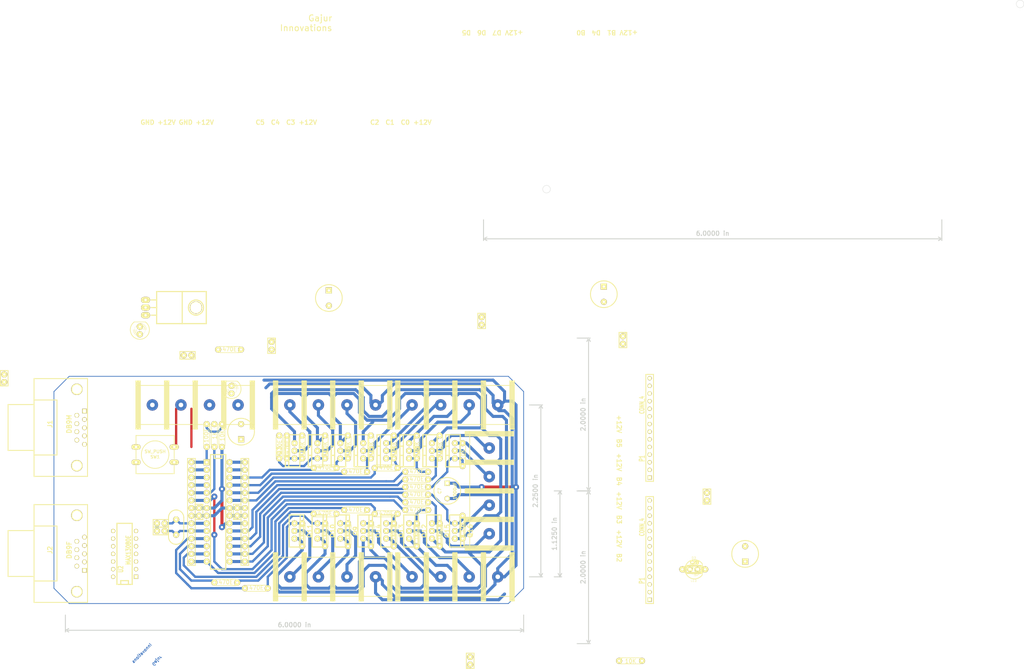
<source format=kicad_pcb>
(kicad_pcb (version 3) (host pcbnew "(2013-05-18 BZR 4017)-stable")
  (layers (15 F.Cu signal) (0 B.Cu signal) (19 F.Paste user) (21 F.SilkS user) (23 F.Mask user) (28 Edge.Cuts user))
  (net 0 "")
  (net 1 +12V)
  (net 2 /MISO)
  (net 3 /MOSI)
  (net 4 /P1)
  (net 5 /P10)
  (net 6 /P11)
  (net 7 /P12)
  (net 8 /P13)
  (net 9 /P14)
  (net 10 /P15)
  (net 11 /P16)
  (net 12 /P19)
  (net 13 /P2)
  (net 14 /P21)
  (net 15 /P23)
  (net 16 /P24)
  (net 17 /P25)
  (net 18 /P26)
  (net 19 /P27)
  (net 20 /P28)
  (net 21 /P3)
  (net 22 /P4)
  (net 23 /P5)
  (net 24 /P6)
  (net 25 /P9)
  (net 26 /R0)
  (net 27 /R1)
  (net 28 /RST_IN)
  (net 29 /T0)
  (net 30 /T1)
  (net 31 GND)
  (net 32 N-000001)
  (net 33 N-0000010)
  (net 34 N-0000011)
  (net 35 N-0000014)
  (net 36 N-0000015)
  (net 37 N-0000016)
  (net 38 N-0000017)
  (net 39 N-0000018)
  (net 40 N-0000019)
  (net 41 N-000002)
  (net 42 N-0000020)
  (net 43 N-0000021)
  (net 44 N-0000022)
  (net 45 N-0000023)
  (net 46 N-0000024)
  (net 47 N-0000025)
  (net 48 N-0000026)
  (net 49 N-0000027)
  (net 50 N-0000028)
  (net 51 N-0000029)
  (net 52 N-000003)
  (net 53 N-0000030)
  (net 54 N-0000031)
  (net 55 N-0000032)
  (net 56 N-0000033)
  (net 57 N-0000034)
  (net 58 N-0000035)
  (net 59 N-0000036)
  (net 60 N-0000037)
  (net 61 N-0000038)
  (net 62 N-0000039)
  (net 63 N-0000040)
  (net 64 N-0000041)
  (net 65 N-000005)
  (net 66 N-000008)
  (net 67 VCC)
  (module TO-220_Neutral123_Horizontal (layer F.Cu) (at 59.69 141.605 270)
    (fp_text reference U1 hide)
    (fp_text value 7805 hide)
    (pad GND thru_hole oval (at 0 0) (size 3.048 2.032) (drill 0.8128) (layers *.Cu *.Mask F.SilkS) (net 31 GND))
    (pad VI thru_hole oval (at -2.54 0) (size 3.048 2.032) (drill 0.8128) (layers *.Cu *.Mask F.SilkS) (net 1 +12V))
    (pad VO thru_hole oval (at 2.54 0) (size 3.048 2.032) (drill 0.8128) (layers *.Cu *.Mask F.SilkS) (net 67 VCC))
    (pad GND thru_hole circle (at 0 -16.764) (size 4.064 4.064) (drill 3.556) (layers *.Cu *.Mask F.SilkS) (net 31 GND))
  )
  (module SIL-14 (layer F.Cu) (at 92.71 209.55 90)
    (fp_text reference P2 hide)
    (fp_text value CONN_14 hide)
    (pad 1 thru_hole circle (at -16.51 0 90) (size 2.032 2.032) (drill 0.8128) (layers *.Cu *.Mask F.SilkS) (net 10 /P15))
    (pad 2 thru_hole circle (at -13.97 0 90) (size 2.032 2.032) (drill 0.8128) (layers *.Cu *.Mask F.SilkS) (net 11 /P16))
    (pad 3 thru_hole circle (at -11.43 0 90) (size 2.032 2.032) (drill 0.8128) (layers *.Cu *.Mask F.SilkS) (net 3 /MOSI))
    (pad 4 thru_hole circle (at -8.89 0 90) (size 2.032 2.032) (drill 0.8128) (layers *.Cu *.Mask F.SilkS) (net 2 /MISO))
    (pad 5 thru_hole circle (at -6.35 0 90) (size 2.032 2.032) (drill 0.8128) (layers *.Cu *.Mask F.SilkS) (net 12 /P19))
    (pad 6 thru_hole circle (at -3.81 0 90) (size 2.032 2.032) (drill 0.8128) (layers *.Cu *.Mask F.SilkS) (net 67 VCC))
    (pad 7 thru_hole circle (at -1.27 0 90) (size 2.032 2.032) (drill 0.8128) (layers *.Cu *.Mask F.SilkS) (net 14 /P21))
    (pad 8 thru_hole circle (at 1.27 0 90) (size 2.032 2.032) (drill 0.8128) (layers *.Cu *.Mask F.SilkS) (net 31 GND))
    (pad 9 thru_hole circle (at 3.81 0 90) (size 2.032 2.032) (drill 0.8128) (layers *.Cu *.Mask F.SilkS) (net 15 /P23))
    (pad 10 thru_hole circle (at 6.35 0 90) (size 2.032 2.032) (drill 0.8128) (layers *.Cu *.Mask F.SilkS) (net 16 /P24))
    (pad 11 thru_hole circle (at 8.89 0 90) (size 2.032 2.032) (drill 0.8128) (layers *.Cu *.Mask F.SilkS) (net 17 /P25))
    (pad 12 thru_hole circle (at 11.43 0 90) (size 2.032 2.032) (drill 0.8128) (layers *.Cu *.Mask F.SilkS) (net 18 /P26))
    (pad 13 thru_hole circle (at 13.97 0 90) (size 2.032 2.032) (drill 0.8128) (layers *.Cu *.Mask F.SilkS) (net 19 /P27))
    (pad 14 thru_hole circle (at 16.51 0 90) (size 2.032 2.032) (drill 0.8128) (layers *.Cu *.Mask F.SilkS) (net 20 /P28))
  )
  (module SIL-14 (layer F.Cu) (at 74.93 209.55 270)
    (fp_text reference P1 hide)
    (fp_text value CONN_14 hide)
    (pad 1 thru_hole circle (at -16.51 0 270) (size 2.032 2.032) (drill 0.8128) (layers *.Cu *.Mask F.SilkS) (net 4 /P1))
    (pad 2 thru_hole circle (at -13.97 0 270) (size 2.032 2.032) (drill 0.8128) (layers *.Cu *.Mask F.SilkS) (net 13 /P2))
    (pad 3 thru_hole circle (at -11.43 0 270) (size 2.032 2.032) (drill 0.8128) (layers *.Cu *.Mask F.SilkS) (net 21 /P3))
    (pad 4 thru_hole circle (at -8.89 0 270) (size 2.032 2.032) (drill 0.8128) (layers *.Cu *.Mask F.SilkS) (net 22 /P4))
    (pad 5 thru_hole circle (at -6.35 0 270) (size 2.032 2.032) (drill 0.8128) (layers *.Cu *.Mask F.SilkS) (net 23 /P5))
    (pad 6 thru_hole circle (at -3.81 0 270) (size 2.032 2.032) (drill 0.8128) (layers *.Cu *.Mask F.SilkS) (net 24 /P6))
    (pad 7 thru_hole circle (at -1.27 0 270) (size 2.032 2.032) (drill 0.8128) (layers *.Cu *.Mask F.SilkS) (net 67 VCC))
    (pad 8 thru_hole circle (at 1.27 0 270) (size 2.032 2.032) (drill 0.8128) (layers *.Cu *.Mask F.SilkS) (net 31 GND))
    (pad 9 thru_hole circle (at 3.81 0 270) (size 2.032 2.032) (drill 0.8128) (layers *.Cu *.Mask F.SilkS) (net 25 /P9))
    (pad 10 thru_hole circle (at 6.35 0 270) (size 2.032 2.032) (drill 0.8128) (layers *.Cu *.Mask F.SilkS) (net 5 /P10))
    (pad 11 thru_hole circle (at 8.89 0 270) (size 2.032 2.032) (drill 0.8128) (layers *.Cu *.Mask F.SilkS) (net 6 /P11))
    (pad 12 thru_hole circle (at 11.43 0 270) (size 2.032 2.032) (drill 0.8128) (layers *.Cu *.Mask F.SilkS) (net 7 /P12))
    (pad 13 thru_hole circle (at 13.97 0 270) (size 2.032 2.032) (drill 0.8128) (layers *.Cu *.Mask F.SilkS) (net 8 /P13))
    (pad 14 thru_hole circle (at 16.51 0 270) (size 2.032 2.032) (drill 0.8128) (layers *.Cu *.Mask F.SilkS) (net 9 /P14))
  )
  (module R3 (layer F.Cu) (at 119.38 210.185 180)
    (fp_text reference R14 hide)
    (fp_text value 470E (at 0 0.127 180) (layer F.SilkS) (effects (font (size 1.397 1.27) (thickness 0.2032))))
    (pad 1 thru_hole circle (at -3.81 0 180) (size 2.032 2.032) (drill 0.8128) (layers *.Cu *.Mask F.SilkS) (net 51 N-0000029))
    (pad 2 thru_hole circle (at 3.81 0 180) (size 2.032 2.032) (drill 0.8128) (layers *.Cu *.Mask F.SilkS) (net 8 /P13))
  )
  (module R3 (layer F.Cu) (at 149.86 196.215 180)
    (fp_text reference R9 hide)
    (fp_text value 470E (at 0 0.127 180) (layer F.SilkS) (effects (font (size 1.397 1.27) (thickness 0.2032))))
    (pad 1 thru_hole circle (at -3.81 0 180) (size 2.032 2.032) (drill 0.8128) (layers *.Cu *.Mask F.SilkS) (net 36 N-0000015))
    (pad 2 thru_hole circle (at 3.81 0 180) (size 2.032 2.032) (drill 0.8128) (layers *.Cu *.Mask F.SilkS) (net 15 /P23))
  )
  (module R3 (layer F.Cu) (at 149.86 201.295 180)
    (fp_text reference R12 hide)
    (fp_text value 470E (at 0 0.127 180) (layer F.SilkS) (effects (font (size 1.397 1.27) (thickness 0.2032))))
    (pad 1 thru_hole circle (at -3.81 0 180) (size 2.032 2.032) (drill 0.8128) (layers *.Cu *.Mask F.SilkS) (net 38 N-0000017))
    (pad 2 thru_hole circle (at 3.81 0 180) (size 2.032 2.032) (drill 0.8128) (layers *.Cu *.Mask F.SilkS) (net 2 /MISO))
  )
  (module R3 (layer F.Cu) (at 139.7 194.945 180)
    (fp_text reference R10 hide)
    (fp_text value 470E (at 0 0.127 180) (layer F.SilkS) (effects (font (size 1.397 1.27) (thickness 0.2032))))
    (pad 1 thru_hole circle (at -3.81 0 180) (size 2.032 2.032) (drill 0.8128) (layers *.Cu *.Mask F.SilkS) (net 35 N-0000014))
    (pad 2 thru_hole circle (at 3.81 0 180) (size 2.032 2.032) (drill 0.8128) (layers *.Cu *.Mask F.SilkS) (net 16 /P24))
  )
  (module R3 (layer F.Cu) (at 129.54 196.215 180)
    (fp_text reference R11 hide)
    (fp_text value 470E (at 0 0.127 180) (layer F.SilkS) (effects (font (size 1.397 1.27) (thickness 0.2032))))
    (pad 1 thru_hole circle (at -3.81 0 180) (size 2.032 2.032) (drill 0.8128) (layers *.Cu *.Mask F.SilkS) (net 39 N-0000018))
    (pad 2 thru_hole circle (at 3.81 0 180) (size 2.032 2.032) (drill 0.8128) (layers *.Cu *.Mask F.SilkS) (net 17 /P25))
  )
  (module R3 (layer F.Cu) (at 149.86 198.755 180)
    (fp_text reference R13 hide)
    (fp_text value 470E (at 0 0.127 180) (layer F.SilkS) (effects (font (size 1.397 1.27) (thickness 0.2032))))
    (pad 1 thru_hole circle (at -3.81 0 180) (size 2.032 2.032) (drill 0.8128) (layers *.Cu *.Mask F.SilkS) (net 37 N-0000016))
    (pad 2 thru_hole circle (at 3.81 0 180) (size 2.032 2.032) (drill 0.8128) (layers *.Cu *.Mask F.SilkS) (net 12 /P19))
  )
  (module R3 (layer F.Cu) (at 119.38 194.945 180)
    (fp_text reference R6 hide)
    (fp_text value 470E (at 0 0.127 180) (layer F.SilkS) (effects (font (size 1.397 1.27) (thickness 0.2032))))
    (pad 1 thru_hole circle (at -3.81 0 180) (size 2.032 2.032) (drill 0.8128) (layers *.Cu *.Mask F.SilkS) (net 45 N-0000023))
    (pad 2 thru_hole circle (at 3.81 0 180) (size 2.032 2.032) (drill 0.8128) (layers *.Cu *.Mask F.SilkS) (net 18 /P26))
  )
  (module R3 (layer F.Cu) (at 86.36 233.045 180)
    (fp_text reference R15 hide)
    (fp_text value 470E (at 0 0.127 180) (layer F.SilkS) (effects (font (size 1.397 1.27) (thickness 0.2032))))
    (pad 1 thru_hole circle (at -3.81 0 180) (size 2.032 2.032) (drill 0.8128) (layers *.Cu *.Mask F.SilkS) (net 56 N-0000033))
    (pad 2 thru_hole circle (at 3.81 0 180) (size 2.032 2.032) (drill 0.8128) (layers *.Cu *.Mask F.SilkS) (net 7 /P12))
  )
  (module R3 (layer F.Cu) (at 96.52 234.95 180)
    (fp_text reference R16 hide)
    (fp_text value 470E (at 0 0.127 180) (layer F.SilkS) (effects (font (size 1.397 1.27) (thickness 0.2032))))
    (pad 1 thru_hole circle (at -3.81 0 180) (size 2.032 2.032) (drill 0.8128) (layers *.Cu *.Mask F.SilkS) (net 57 N-0000034))
    (pad 2 thru_hole circle (at 3.81 0 180) (size 2.032 2.032) (drill 0.8128) (layers *.Cu *.Mask F.SilkS) (net 6 /P11))
  )
  (module R3 (layer F.Cu) (at 149.86 206.375 180)
    (fp_text reference R20 hide)
    (fp_text value 470E (at 0 0.127 180) (layer F.SilkS) (effects (font (size 1.397 1.27) (thickness 0.2032))))
    (pad 1 thru_hole circle (at -3.81 0 180) (size 2.032 2.032) (drill 0.8128) (layers *.Cu *.Mask F.SilkS) (net 55 N-0000032))
    (pad 2 thru_hole circle (at 3.81 0 180) (size 2.032 2.032) (drill 0.8128) (layers *.Cu *.Mask F.SilkS) (net 11 /P16))
  )
  (module R3 (layer F.Cu) (at 149.86 208.915 180)
    (fp_text reference R17 hide)
    (fp_text value 470E (at 0 0.127 180) (layer F.SilkS) (effects (font (size 1.397 1.27) (thickness 0.2032))))
    (pad 1 thru_hole circle (at -3.81 0 180) (size 2.032 2.032) (drill 0.8128) (layers *.Cu *.Mask F.SilkS) (net 61 N-0000038))
    (pad 2 thru_hole circle (at 3.81 0 180) (size 2.032 2.032) (drill 0.8128) (layers *.Cu *.Mask F.SilkS) (net 10 /P15))
  )
  (module R3 (layer F.Cu) (at 139.7 210.185 180)
    (fp_text reference R18 hide)
    (fp_text value 470E (at 0 0.127 180) (layer F.SilkS) (effects (font (size 1.397 1.27) (thickness 0.2032))))
    (pad 1 thru_hole circle (at -3.81 0 180) (size 2.032 2.032) (drill 0.8128) (layers *.Cu *.Mask F.SilkS) (net 54 N-0000031))
    (pad 2 thru_hole circle (at 3.81 0 180) (size 2.032 2.032) (drill 0.8128) (layers *.Cu *.Mask F.SilkS) (net 24 /P6))
  )
  (module R3 (layer F.Cu) (at 129.54 208.915 180)
    (fp_text reference R19 hide)
    (fp_text value 470E (at 0 0.127 180) (layer F.SilkS) (effects (font (size 1.397 1.27) (thickness 0.2032))))
    (pad 1 thru_hole circle (at -3.81 0 180) (size 2.032 2.032) (drill 0.8128) (layers *.Cu *.Mask F.SilkS) (net 53 N-0000030))
    (pad 2 thru_hole circle (at 3.81 0 180) (size 2.032 2.032) (drill 0.8128) (layers *.Cu *.Mask F.SilkS) (net 9 /P14))
  )
  (module R3 (layer F.Cu) (at 149.86 203.835 180)
    (fp_text reference R21 hide)
    (fp_text value 470E (at 0 0.127 180) (layer F.SilkS) (effects (font (size 1.397 1.27) (thickness 0.2032))))
    (pad 1 thru_hole circle (at -3.81 0 180) (size 2.032 2.032) (drill 0.8128) (layers *.Cu *.Mask F.SilkS) (net 50 N-0000028))
    (pad 2 thru_hole circle (at 3.81 0 180) (size 2.032 2.032) (drill 0.8128) (layers *.Cu *.Mask F.SilkS) (net 3 /MOSI))
  )
  (module R3 (layer F.Cu) (at 104.14 187.96 90)
    (fp_text reference R7 hide)
    (fp_text value 470E (at 0 0.127 90) (layer F.SilkS) (effects (font (size 1.397 1.27) (thickness 0.2032))))
    (pad 1 thru_hole circle (at -3.81 0 90) (size 2.032 2.032) (drill 0.8128) (layers *.Cu *.Mask F.SilkS) (net 44 N-0000022))
    (pad 2 thru_hole circle (at 3.81 0 90) (size 2.032 2.032) (drill 0.8128) (layers *.Cu *.Mask F.SilkS) (net 19 /P27))
  )
  (module R3 (layer F.Cu) (at 87.63 155.575 180)
    (fp_text reference R4 hide)
    (fp_text value 470E (at 0 0.127 180) (layer F.SilkS) (effects (font (size 1.397 1.27) (thickness 0.2032))))
    (pad 1 thru_hole circle (at -3.81 0 180) (size 2.032 2.032) (drill 0.8128) (layers *.Cu *.Mask F.SilkS) (net 32 N-000001))
    (pad 2 thru_hole circle (at 3.81 0 180) (size 2.032 2.032) (drill 0.8128) (layers *.Cu *.Mask F.SilkS) (net 67 VCC))
  )
  (module R3 (layer F.Cu) (at 80.01 184.15 270)
    (fp_text reference R3 hide)
    (fp_text value 100E (at 0 0.127 270) (layer F.SilkS) (effects (font (size 1.397 1.27) (thickness 0.2032))))
    (pad 1 thru_hole circle (at -3.81 0 270) (size 2.032 2.032) (drill 0.8128) (layers *.Cu *.Mask F.SilkS) (net 28 /RST_IN))
    (pad 2 thru_hole circle (at 3.81 0 270) (size 2.032 2.032) (drill 0.8128) (layers *.Cu *.Mask F.SilkS) (net 4 /P1))
  )
  (module R3 (layer F.Cu) (at 85.09 184.15 90)
    (fp_text reference R2 hide)
    (fp_text value 10K (at 0 0.127 90) (layer F.SilkS) (effects (font (size 1.397 1.27) (thickness 0.2032))))
    (pad 1 thru_hole circle (at -3.81 0 90) (size 2.032 2.032) (drill 0.8128) (layers *.Cu *.Mask F.SilkS) (net 67 VCC))
    (pad 2 thru_hole circle (at 3.81 0 90) (size 2.032 2.032) (drill 0.8128) (layers *.Cu *.Mask F.SilkS) (net 28 /RST_IN))
  )
  (module R3 (layer F.Cu) (at 82.55 184.15 90)
    (fp_text reference R1 hide)
    (fp_text value 1K (at 0 0.127 90) (layer F.SilkS) (effects (font (size 1.397 1.27) (thickness 0.2032))))
    (pad 1 thru_hole circle (at -3.81 0 90) (size 2.032 2.032) (drill 0.8128) (layers *.Cu *.Mask F.SilkS) (net 23 /P5))
    (pad 2 thru_hole circle (at 3.81 0 90) (size 2.032 2.032) (drill 0.8128) (layers *.Cu *.Mask F.SilkS) (net 52 N-000003))
  )
  (module R3 (layer F.Cu) (at 106.68 187.96 90)
    (fp_text reference R8 hide)
    (fp_text value 470E (at 0 0.127 90) (layer F.SilkS) (effects (font (size 1.397 1.27) (thickness 0.2032))))
    (pad 1 thru_hole circle (at -3.81 0 90) (size 2.032 2.032) (drill 0.8128) (layers *.Cu *.Mask F.SilkS) (net 43 N-0000021))
    (pad 2 thru_hole circle (at 3.81 0 90) (size 2.032 2.032) (drill 0.8128) (layers *.Cu *.Mask F.SilkS) (net 20 /P28))
  )
  (module LED-5MM (layer F.Cu) (at 88.265 168.91 90)
    (fp_text reference D2 hide)
    (fp_text value LED hide)
    (pad 1 thru_hole circle (at -1.27 0 90) (size 2.032 2.032) (drill 0.8128) (layers *.Cu *.Mask F.SilkS) (net 32 N-000001))
    (pad 2 thru_hole circle (at 1.27 0 90) (size 2.032 2.032) (drill 0.8128) (layers *.Cu *.Mask F.SilkS) (net 31 GND))
  )
  (module LED-5MM (layer F.Cu) (at 57.785 149.225 90)
    (fp_text reference D1 hide)
    (fp_text value LED hide)
    (pad 1 thru_hole circle (at -1.27 0 90) (size 2.032 2.032) (drill 0.8128) (layers *.Cu *.Mask F.SilkS) (net 52 N-000003))
    (pad 2 thru_hole circle (at 1.27 0 90) (size 2.032 2.032) (drill 0.8128) (layers *.Cu *.Mask F.SilkS) (net 31 GND))
  )
  (module HC-49V (layer F.Cu) (at 69.85 214.63 270)
    (fp_text reference X1 hide)
    (fp_text value 16MHz hide)
    (pad 1 thru_hole circle (at -2.54 0 270) (size 2.032 2.032) (drill 0.8128) (layers *.Cu *.Mask F.SilkS) (net 25 /P9))
    (pad 2 thru_hole circle (at 2.54 0 270) (size 2.032 2.032) (drill 0.8128) (layers *.Cu *.Mask F.SilkS) (net 5 /P10))
  )
  (module DIP-28__300 (layer F.Cu) (at 83.82 209.55 270)
    (fp_text reference IC1 hide)
    (fp_text value ATMEGA168-P hide)
    (pad 2 thru_hole circle (at -13.97 3.81 270) (size 2.032 2.032) (drill 0.8128) (layers *.Cu *.Mask F.SilkS) (net 13 /P2))
    (pad 3 thru_hole circle (at -11.43 3.81 270) (size 2.032 2.032) (drill 0.8128) (layers *.Cu *.Mask F.SilkS) (net 21 /P3))
    (pad 4 thru_hole circle (at -8.89 3.81 270) (size 2.032 2.032) (drill 0.8128) (layers *.Cu *.Mask F.SilkS) (net 22 /P4))
    (pad 5 thru_hole circle (at -6.35 3.81 270) (size 2.032 2.032) (drill 0.8128) (layers *.Cu *.Mask F.SilkS) (net 23 /P5))
    (pad 6 thru_hole circle (at -3.81 3.81 270) (size 2.032 2.032) (drill 0.8128) (layers *.Cu *.Mask F.SilkS) (net 24 /P6))
    (pad 7 thru_hole circle (at -1.27 3.81 270) (size 2.032 2.032) (drill 0.8128) (layers *.Cu *.Mask F.SilkS) (net 67 VCC))
    (pad 8 thru_hole circle (at 1.27 3.81 270) (size 2.032 2.032) (drill 0.8128) (layers *.Cu *.Mask F.SilkS) (net 31 GND))
    (pad 9 thru_hole circle (at 3.81 3.81 270) (size 2.032 2.032) (drill 0.8128) (layers *.Cu *.Mask F.SilkS) (net 25 /P9))
    (pad 10 thru_hole circle (at 6.35 3.81 270) (size 2.032 2.032) (drill 0.8128) (layers *.Cu *.Mask F.SilkS) (net 5 /P10))
    (pad 11 thru_hole circle (at 8.89 3.81 270) (size 2.032 2.032) (drill 0.8128) (layers *.Cu *.Mask F.SilkS) (net 6 /P11))
    (pad 12 thru_hole circle (at 11.43 3.81 270) (size 2.032 2.032) (drill 0.8128) (layers *.Cu *.Mask F.SilkS) (net 7 /P12))
    (pad 13 thru_hole circle (at 13.97 3.81 270) (size 2.032 2.032) (drill 0.8128) (layers *.Cu *.Mask F.SilkS) (net 8 /P13))
    (pad 14 thru_hole circle (at 16.51 3.81 270) (size 2.032 2.032) (drill 0.8128) (layers *.Cu *.Mask F.SilkS) (net 9 /P14))
    (pad 1 thru_hole rect (at -16.51 3.81 270) (size 2.032 2.032) (drill 0.8128) (layers *.Cu *.Mask F.SilkS) (net 4 /P1))
    (pad 15 thru_hole circle (at 16.51 -3.81 270) (size 2.032 2.032) (drill 0.8128) (layers *.Cu *.Mask F.SilkS) (net 10 /P15))
    (pad 16 thru_hole circle (at 13.97 -3.81 270) (size 2.032 2.032) (drill 0.8128) (layers *.Cu *.Mask F.SilkS) (net 11 /P16))
    (pad 17 thru_hole circle (at 11.43 -3.81 270) (size 2.032 2.032) (drill 0.8128) (layers *.Cu *.Mask F.SilkS) (net 3 /MOSI))
    (pad 18 thru_hole circle (at 8.89 -3.81 270) (size 2.032 2.032) (drill 0.8128) (layers *.Cu *.Mask F.SilkS) (net 2 /MISO))
    (pad 19 thru_hole circle (at 6.35 -3.81 270) (size 2.032 2.032) (drill 0.8128) (layers *.Cu *.Mask F.SilkS) (net 12 /P19))
    (pad 20 thru_hole circle (at 3.81 -3.81 270) (size 2.032 2.032) (drill 0.8128) (layers *.Cu *.Mask F.SilkS) (net 67 VCC))
    (pad 21 thru_hole circle (at 1.27 -3.81 270) (size 2.032 2.032) (drill 0.8128) (layers *.Cu *.Mask F.SilkS) (net 14 /P21))
    (pad 22 thru_hole circle (at -1.27 -3.81 270) (size 2.032 2.032) (drill 0.8128) (layers *.Cu *.Mask F.SilkS) (net 31 GND))
    (pad 23 thru_hole circle (at -3.81 -3.81 270) (size 2.032 2.032) (drill 0.8128) (layers *.Cu *.Mask F.SilkS) (net 15 /P23))
    (pad 24 thru_hole circle (at -6.35 -3.81 270) (size 2.032 2.032) (drill 0.8128) (layers *.Cu *.Mask F.SilkS) (net 16 /P24))
    (pad 25 thru_hole circle (at -8.89 -3.81 270) (size 2.032 2.032) (drill 0.8128) (layers *.Cu *.Mask F.SilkS) (net 17 /P25))
    (pad 26 thru_hole circle (at -11.43 -3.81 270) (size 2.032 2.032) (drill 0.8128) (layers *.Cu *.Mask F.SilkS) (net 18 /P26))
    (pad 27 thru_hole circle (at -13.97 -3.81 270) (size 2.032 2.032) (drill 0.8128) (layers *.Cu *.Mask F.SilkS) (net 19 /P27))
    (pad 28 thru_hole circle (at -16.51 -3.81 270) (size 2.032 2.032) (drill 0.8128) (layers *.Cu *.Mask F.SilkS) (net 20 /P28))
  )
  (module C2V8 (layer F.Cu) (at 259.08 223.52 90)
    (fp_text reference C9 hide)
    (fp_text value 1000uF hide)
    (pad 1 thru_hole rect (at -2.54 0 90) (size 2.032 2.032) (drill 0.8128) (layers *.Cu *.Mask F.SilkS) (net 1 +12V))
    (pad 2 thru_hole circle (at 2.54 0 90) (size 2.032 2.032) (drill 0.8128) (layers *.Cu *.Mask F.SilkS) (net 31 GND))
  )
  (module C2V8 (layer F.Cu) (at 91.44 182.88 90)
    (fp_text reference C4 hide)
    (fp_text value 1000uF hide)
    (pad 1 thru_hole rect (at -2.54 0 90) (size 2.032 2.032) (drill 0.8128) (layers *.Cu *.Mask F.SilkS) (net 67 VCC))
    (pad 2 thru_hole circle (at 2.54 0 90) (size 2.032 2.032) (drill 0.8128) (layers *.Cu *.Mask F.SilkS) (net 31 GND))
  )
  (module C2V8 (layer F.Cu) (at 212.09 137.16 270)
    (fp_text reference C8 hide)
    (fp_text value 1000uF hide)
    (pad 1 thru_hole rect (at -2.54 0 270) (size 2.032 2.032) (drill 0.8128) (layers *.Cu *.Mask F.SilkS) (net 1 +12V))
    (pad 2 thru_hole circle (at 2.54 0 270) (size 2.032 2.032) (drill 0.8128) (layers *.Cu *.Mask F.SilkS) (net 31 GND))
  )
  (module C2V8 (layer F.Cu) (at 120.65 138.43 270)
    (fp_text reference C6 hide)
    (fp_text value 1000uF hide)
    (pad 1 thru_hole rect (at -2.54 0 270) (size 2.032 2.032) (drill 0.8128) (layers *.Cu *.Mask F.SilkS) (net 1 +12V))
    (pad 2 thru_hole circle (at 2.54 0 270) (size 2.032 2.032) (drill 0.8128) (layers *.Cu *.Mask F.SilkS) (net 31 GND))
  )
  (module C1 (layer F.Cu) (at 90.17 209.55 90)
    (fp_text reference C2 (at 0.254 -2.286 90) (layer F.SilkS) (effects (font (size 1.016 1.016) (thickness 0.2032))))
    (fp_text value 104 hide)
    (pad 1 thru_hole circle (at -1.27 0 90) (size 2.032 2.032) (drill 0.8128) (layers *.Cu *.Mask F.SilkS) (net 14 /P21))
    (pad 2 thru_hole circle (at 1.27 0 90) (size 2.032 2.032) (drill 0.8128) (layers *.Cu *.Mask F.SilkS) (net 31 GND))
  )
  (module C1 (layer F.Cu) (at 246.38 204.47 90)
    (fp_text reference C11 hide)
    (fp_text value 104 hide)
    (pad 1 thru_hole circle (at -1.27 0 90) (size 2.032 2.032) (drill 0.8128) (layers *.Cu *.Mask F.SilkS) (net 1 +12V))
    (pad 2 thru_hole circle (at 1.27 0 90) (size 2.032 2.032) (drill 0.8128) (layers *.Cu *.Mask F.SilkS) (net 31 GND))
  )
  (module C1 (layer F.Cu) (at 218.44 152.4 270)
    (fp_text reference C10 hide)
    (fp_text value 104 hide)
    (pad 1 thru_hole circle (at -1.27 0 270) (size 2.032 2.032) (drill 0.8128) (layers *.Cu *.Mask F.SilkS) (net 1 +12V))
    (pad 2 thru_hole circle (at 1.27 0 270) (size 2.032 2.032) (drill 0.8128) (layers *.Cu *.Mask F.SilkS) (net 31 GND))
  )
  (module C1 (layer F.Cu) (at 167.64 259.08 90)
    (fp_text reference C12 hide)
    (fp_text value 104 hide)
    (pad 1 thru_hole circle (at -1.27 0 90) (size 2.032 2.032) (drill 0.8128) (layers *.Cu *.Mask F.SilkS) (net 1 +12V))
    (pad 2 thru_hole circle (at 1.27 0 90) (size 2.032 2.032) (drill 0.8128) (layers *.Cu *.Mask F.SilkS) (net 31 GND))
  )
  (module C1 (layer F.Cu) (at 73.66 157.48 180)
    (fp_text reference C5 hide)
    (fp_text value 104 hide)
    (pad 1 thru_hole circle (at -1.27 0 180) (size 2.032 2.032) (drill 0.8128) (layers *.Cu *.Mask F.SilkS) (net 67 VCC))
    (pad 2 thru_hole circle (at 1.27 0 180) (size 2.032 2.032) (drill 0.8128) (layers *.Cu *.Mask F.SilkS) (net 31 GND))
  )
  (module C1 (layer F.Cu) (at 64.77 215.9 180)
    (fp_text reference C3 hide)
    (fp_text value 22pF hide)
    (pad 1 thru_hole circle (at -1.27 0 180) (size 2.032 2.032) (drill 0.8128) (layers *.Cu *.Mask F.SilkS) (net 5 /P10))
    (pad 2 thru_hole circle (at 1.27 0 180) (size 2.032 2.032) (drill 0.8128) (layers *.Cu *.Mask F.SilkS) (net 31 GND))
  )
  (module C1 (layer F.Cu) (at 64.77 213.36 180)
    (fp_text reference C1 hide)
    (fp_text value 22pF hide)
    (pad 1 thru_hole circle (at -1.27 0 180) (size 2.032 2.032) (drill 0.8128) (layers *.Cu *.Mask F.SilkS) (net 25 /P9))
    (pad 2 thru_hole circle (at 1.27 0 180) (size 2.032 2.032) (drill 0.8128) (layers *.Cu *.Mask F.SilkS) (net 31 GND))
  )
  (module C1 (layer F.Cu) (at 101.6 154.305 270)
    (fp_text reference C13 hide)
    (fp_text value 104 hide)
    (pad 1 thru_hole circle (at -1.27 0 270) (size 2.032 2.032) (drill 0.8128) (layers *.Cu *.Mask F.SilkS) (net 1 +12V))
    (pad 2 thru_hole circle (at 1.27 0 270) (size 2.032 2.032) (drill 0.8128) (layers *.Cu *.Mask F.SilkS) (net 31 GND))
  )
  (module C1 (layer F.Cu) (at 171.45 146.05 270)
    (fp_text reference C14 hide)
    (fp_text value 104 hide)
    (pad 1 thru_hole circle (at -1.27 0 270) (size 2.032 2.032) (drill 0.8128) (layers *.Cu *.Mask F.SilkS) (net 1 +12V))
    (pad 2 thru_hole circle (at 1.27 0 270) (size 2.032 2.032) (drill 0.8128) (layers *.Cu *.Mask F.SilkS) (net 31 GND))
  )
  (module C1 (layer F.Cu) (at 12.7 165.1 90)
    (fp_text reference C15 hide)
    (fp_text value 104 hide)
    (pad 1 thru_hole circle (at -1.27 0 90) (size 2.032 2.032) (drill 0.8128) (layers *.Cu *.Mask F.SilkS) (net 67 VCC))
    (pad 2 thru_hole circle (at 1.27 0 90) (size 2.032 2.032) (drill 0.8128) (layers *.Cu *.Mask F.SilkS) (net 31 GND))
  )
  (module C1 (layer F.Cu) (at 77.47 209.55 270)
    (fp_text reference C16 hide)
    (fp_text value 104 hide)
    (pad 1 thru_hole circle (at -1.27 0 270) (size 2.032 2.032) (drill 0.8128) (layers *.Cu *.Mask F.SilkS) (net 67 VCC))
    (pad 2 thru_hole circle (at 1.27 0 270) (size 2.032 2.032) (drill 0.8128) (layers *.Cu *.Mask F.SilkS) (net 31 GND))
  )
  (module R3 (layer F.Cu) (at 241.985001 228.655001)
    (fp_text reference R5 hide)
    (fp_text value 470E (at 0 0.127) (layer F.SilkS) (effects (font (size 1.397 1.27) (thickness 0.2032))))
    (pad 1 thru_hole circle (at -3.81 0) (size 2.032 2.032) (drill 0.8128) (layers *.Cu *.Mask F.SilkS) (net 65 N-000005))
    (pad 2 thru_hole circle (at 3.81 0) (size 2.032 2.032) (drill 0.8128) (layers *.Cu *.Mask F.SilkS) (net 1 +12V))
  )
  (module LED-5MM (layer F.Cu) (at 241.985001 228.655001)
    (fp_text reference D3 (at 0 -3.81) (layer F.SilkS) (effects (font (size 0.762 0.762) (thickness 0.0889))))
    (fp_text value LED (at 0 3.81) (layer F.SilkS) (effects (font (size 0.762 0.762) (thickness 0.0889))))
    (pad 1 thru_hole circle (at -1.27 0) (size 1.6764 1.6764) (drill 0.8128) (layers *.Cu *.Mask F.SilkS) (net 65 N-000005))
    (pad 2 thru_hole circle (at 1.27 0) (size 1.6764 1.6764) (drill 0.8128) (layers *.Cu *.Mask F.SilkS) (net 31 GND))
  )
  (module C2V8 (layer F.Cu) (at 160.02 202.565 270)
    (fp_text reference C7 (at 0 2.54 270) (layer F.SilkS) (effects (font (size 1.016 1.016) (thickness 0.2032))))
    (fp_text value 1000uF (at 0 -2.54 270) (layer F.SilkS) (effects (font (size 1.016 1.016) (thickness 0.2032))))
    (pad 1 thru_hole rect (at -2.54 0 270) (size 1.778 1.778) (drill 1.016) (layers *.Cu *.Mask F.SilkS) (net 1 +12V))
    (pad 2 thru_hole circle (at 2.54 0 270) (size 1.778 1.778) (drill 1.016) (layers *.Cu *.Mask F.SilkS) (net 31 GND))
  )
  (module C1 (layer F.Cu) (at 241.985001 228.655001)
    (fp_text reference C17 (at 0.254 -2.286) (layer F.SilkS) (effects (font (size 1.016 1.016) (thickness 0.2032))))
    (fp_text value 104 hide)
    (pad 1 thru_hole circle (at -1.27 0) (size 1.397 1.397) (drill 0.8128) (layers *.Cu *.Mask F.SilkS) (net 67 VCC))
    (pad 2 thru_hole circle (at 1.27 0) (size 1.397 1.397) (drill 0.8128) (layers *.Cu *.Mask F.SilkS) (net 31 GND))
  )
  (module C1 (layer F.Cu) (at 241.985001 228.655001)
    (fp_text reference C18 (at 0.254 -2.286) (layer F.SilkS) (effects (font (size 1.016 1.016) (thickness 0.2032))))
    (fp_text value 104 hide)
    (pad 1 thru_hole circle (at -1.27 0) (size 1.397 1.397) (drill 0.8128) (layers *.Cu *.Mask F.SilkS) (net 67 VCC))
    (pad 2 thru_hole circle (at 1.27 0) (size 1.397 1.397) (drill 0.8128) (layers *.Cu *.Mask F.SilkS) (net 31 GND))
  )
  (module C1 (layer F.Cu) (at 241.985001 228.655001)
    (fp_text reference C19 (at 0.254 -2.286) (layer F.SilkS) (effects (font (size 1.016 1.016) (thickness 0.2032))))
    (fp_text value 104 hide)
    (pad 1 thru_hole circle (at -1.27 0) (size 1.397 1.397) (drill 0.8128) (layers *.Cu *.Mask F.SilkS) (net 67 VCC))
    (pad 2 thru_hole circle (at 1.27 0) (size 1.397 1.397) (drill 0.8128) (layers *.Cu *.Mask F.SilkS) (net 31 GND))
  )
  (module C1 (layer F.Cu) (at 241.985001 228.655001)
    (fp_text reference C20 (at 0.254 -2.286) (layer F.SilkS) (effects (font (size 1.016 1.016) (thickness 0.2032))))
    (fp_text value 104 hide)
    (pad 1 thru_hole circle (at -1.27 0) (size 1.397 1.397) (drill 0.8128) (layers *.Cu *.Mask F.SilkS) (net 67 VCC))
    (pad 2 thru_hole circle (at 1.27 0) (size 1.397 1.397) (drill 0.8128) (layers *.Cu *.Mask F.SilkS) (net 31 GND))
  )
  (module C1 (layer F.Cu) (at 241.985001 228.655001)
    (fp_text reference C21 (at 0.254 -2.286) (layer F.SilkS) (effects (font (size 1.016 1.016) (thickness 0.2032))))
    (fp_text value 104 hide)
    (pad 1 thru_hole circle (at -1.27 0) (size 1.397 1.397) (drill 0.8128) (layers *.Cu *.Mask F.SilkS) (net 67 VCC))
    (pad 2 thru_hole circle (at 1.27 0) (size 1.397 1.397) (drill 0.8128) (layers *.Cu *.Mask F.SilkS) (net 31 GND))
  )
  (module C1 (layer F.Cu) (at 241.985001 228.655001)
    (fp_text reference C22 (at 0.254 -2.286) (layer F.SilkS) (effects (font (size 1.016 1.016) (thickness 0.2032))))
    (fp_text value 104 hide)
    (pad 1 thru_hole circle (at -1.27 0) (size 1.397 1.397) (drill 0.8128) (layers *.Cu *.Mask F.SilkS) (net 67 VCC))
    (pad 2 thru_hole circle (at 1.27 0) (size 1.397 1.397) (drill 0.8128) (layers *.Cu *.Mask F.SilkS) (net 31 GND))
  )
  (module C1 (layer F.Cu) (at 241.985001 228.655001)
    (fp_text reference C23 (at 0.254 -2.286) (layer F.SilkS) (effects (font (size 1.016 1.016) (thickness 0.2032))))
    (fp_text value 104 hide)
    (pad 1 thru_hole circle (at -1.27 0) (size 1.397 1.397) (drill 0.8128) (layers *.Cu *.Mask F.SilkS) (net 67 VCC))
    (pad 2 thru_hole circle (at 1.27 0) (size 1.397 1.397) (drill 0.8128) (layers *.Cu *.Mask F.SilkS) (net 31 GND))
  )
  (module C1 (layer F.Cu) (at 241.985001 228.655001)
    (fp_text reference C24 (at 0.254 -2.286) (layer F.SilkS) (effects (font (size 1.016 1.016) (thickness 0.2032))))
    (fp_text value 104 hide)
    (pad 1 thru_hole circle (at -1.27 0) (size 1.397 1.397) (drill 0.8128) (layers *.Cu *.Mask F.SilkS) (net 67 VCC))
    (pad 2 thru_hole circle (at 1.27 0) (size 1.397 1.397) (drill 0.8128) (layers *.Cu *.Mask F.SilkS) (net 31 GND))
  )
  (module R3 (layer F.Cu) (at 220.98 259.08)
    (fp_text reference R22 hide)
    (fp_text value 10K (at 0 0.127) (layer F.SilkS) (effects (font (size 1.397 1.27) (thickness 0.2032))))
    (pad 1 thru_hole circle (at -3.81 0) (size 2.032 2.032) (drill 0.8128) (layers *.Cu *.Mask F.SilkS) (net 31 GND))
    (pad 2 thru_hole circle (at 3.81 0) (size 2.032 2.032) (drill 0.8128) (layers *.Cu *.Mask F.SilkS) (net 22 /P4))
  )
  (module DIP-14__300 (layer F.Cu) (at 52.705 223.52 90)
    (fp_text reference U2 (at -5.08 -1.27 90) (layer F.SilkS) (effects (font (size 1.524 1.143) (thickness 0.3048))))
    (fp_text value MAX13080E (at 1.27 1.27 90) (layer F.SilkS) (effects (font (size 1.524 1.143) (thickness 0.3048))))
    (pad 1 thru_hole rect (at -7.62 3.81 90) (size 1.397 1.397) (drill 0.8128) (layers *.Cu *.Mask F.SilkS))
    (pad 2 thru_hole circle (at -5.08 3.81 90) (size 1.397 1.397) (drill 0.8128) (layers *.Cu *.Mask F.SilkS) (net 13 /P2))
    (pad 3 thru_hole circle (at -2.54 3.81 90) (size 1.397 1.397) (drill 0.8128) (layers *.Cu *.Mask F.SilkS) (net 31 GND))
    (pad 4 thru_hole circle (at 0 3.81 90) (size 1.397 1.397) (drill 0.8128) (layers *.Cu *.Mask F.SilkS) (net 22 /P4))
    (pad 5 thru_hole circle (at 2.54 3.81 90) (size 1.397 1.397) (drill 0.8128) (layers *.Cu *.Mask F.SilkS) (net 21 /P3))
    (pad 6 thru_hole circle (at 5.08 3.81 90) (size 1.397 1.397) (drill 0.8128) (layers *.Cu *.Mask F.SilkS) (net 31 GND))
    (pad 7 thru_hole circle (at 7.62 3.81 90) (size 1.397 1.397) (drill 0.8128) (layers *.Cu *.Mask F.SilkS) (net 31 GND))
    (pad 8 thru_hole circle (at 7.62 -3.81 90) (size 1.397 1.397) (drill 0.8128) (layers *.Cu *.Mask F.SilkS))
    (pad 9 thru_hole circle (at 5.08 -3.81 90) (size 1.397 1.397) (drill 0.8128) (layers *.Cu *.Mask F.SilkS) (net 27 /R1))
    (pad 10 thru_hole circle (at 2.54 -3.81 90) (size 1.397 1.397) (drill 0.8128) (layers *.Cu *.Mask F.SilkS) (net 26 /R0))
    (pad 11 thru_hole circle (at 0 -3.81 90) (size 1.397 1.397) (drill 0.8128) (layers *.Cu *.Mask F.SilkS) (net 29 /T0))
    (pad 12 thru_hole circle (at -2.54 -3.81 90) (size 1.397 1.397) (drill 0.8128) (layers *.Cu *.Mask F.SilkS) (net 30 /T1))
    (pad 13 thru_hole circle (at -5.08 -3.81 90) (size 1.397 1.397) (drill 0.8128) (layers *.Cu *.Mask F.SilkS))
    (pad 14 thru_hole circle (at -7.62 -3.81 90) (size 1.397 1.397) (drill 0.8128) (layers *.Cu *.Mask F.SilkS) (net 67 VCC))
  )
  (module DB9MC (layer F.Cu) (at 38.1 181.61 90)
    (fp_text reference J1 (at 1.27 -10.16 90) (layer F.SilkS) (effects (font (size 1.524 1.524) (thickness 0.3048))))
    (fp_text value DB9M (at 1.27 -3.81 90) (layer F.SilkS) (effects (font (size 1.524 1.524) (thickness 0.3048))))
    (pad "" thru_hole circle (at 12.827 -1.27 90) (size 3.81 3.81) (drill 3.048) (layers *.Cu *.Mask F.SilkS))
    (pad "" thru_hole circle (at -12.573 -1.27 90) (size 3.81 3.81) (drill 3.048) (layers *.Cu *.Mask F.SilkS))
    (pad 1 thru_hole rect (at 5.588 1.27 90) (size 1.524 1.524) (drill 1.016) (layers *.Cu *.Mask F.SilkS) (net 31 GND))
    (pad 2 thru_hole circle (at 2.794 1.27 90) (size 1.524 1.524) (drill 1.016) (layers *.Cu *.Mask F.SilkS) (net 30 /T1))
    (pad 3 thru_hole circle (at 0 1.27 90) (size 1.524 1.524) (drill 1.016) (layers *.Cu *.Mask F.SilkS) (net 29 /T0))
    (pad 4 thru_hole circle (at -2.667 1.27 90) (size 1.524 1.524) (drill 1.016) (layers *.Cu *.Mask F.SilkS) (net 26 /R0))
    (pad 5 thru_hole circle (at -5.461 1.27 90) (size 1.524 1.524) (drill 1.016) (layers *.Cu *.Mask F.SilkS) (net 27 /R1))
    (pad 9 thru_hole circle (at -4.064 -1.27 90) (size 1.524 1.524) (drill 1.016) (layers *.Cu *.Mask F.SilkS) (net 27 /R1))
    (pad 8 thru_hole circle (at -1.27 -1.27 90) (size 1.524 1.524) (drill 1.016) (layers *.Cu *.Mask F.SilkS) (net 26 /R0))
    (pad 7 thru_hole circle (at 1.397 -1.27 90) (size 1.524 1.524) (drill 1.016) (layers *.Cu *.Mask F.SilkS) (net 29 /T0))
    (pad 6 thru_hole circle (at 4.191 -1.27 90) (size 1.524 1.524) (drill 1.016) (layers *.Cu *.Mask F.SilkS) (net 30 /T1))
  )
  (module DB9FC (layer F.Cu) (at 38.1 223.52 90)
    (fp_text reference J2 (at 1.27 -10.16 90) (layer F.SilkS) (effects (font (size 1.524 1.524) (thickness 0.3048))))
    (fp_text value DB9F (at 1.27 -3.81 90) (layer F.SilkS) (effects (font (size 1.524 1.524) (thickness 0.3048))))
    (pad "" thru_hole circle (at 12.827 -1.27 90) (size 3.81 3.81) (drill 3.048) (layers *.Cu *.Mask F.SilkS))
    (pad "" thru_hole circle (at -12.573 -1.27 90) (size 3.81 3.81) (drill 3.048) (layers *.Cu *.Mask F.SilkS))
    (pad 1 thru_hole rect (at -5.461 1.27 90) (size 1.524 1.524) (drill 1.016) (layers *.Cu *.Mask F.SilkS) (net 31 GND))
    (pad 2 thru_hole circle (at -2.667 1.27 90) (size 1.524 1.524) (drill 1.016) (layers *.Cu *.Mask F.SilkS) (net 30 /T1))
    (pad 3 thru_hole circle (at 0 1.27 90) (size 1.524 1.524) (drill 1.016) (layers *.Cu *.Mask F.SilkS) (net 29 /T0))
    (pad 4 thru_hole circle (at 2.794 1.27 90) (size 1.524 1.524) (drill 1.016) (layers *.Cu *.Mask F.SilkS) (net 26 /R0))
    (pad 5 thru_hole circle (at 5.588 1.27 90) (size 1.524 1.524) (drill 1.016) (layers *.Cu *.Mask F.SilkS) (net 27 /R1))
    (pad 6 thru_hole circle (at -4.064 -1.27 90) (size 1.524 1.524) (drill 1.016) (layers *.Cu *.Mask F.SilkS) (net 30 /T1))
    (pad 7 thru_hole circle (at -1.27 -1.27 90) (size 1.524 1.524) (drill 1.016) (layers *.Cu *.Mask F.SilkS) (net 29 /T0))
    (pad 8 thru_hole circle (at 1.397 -1.27 90) (size 1.524 1.524) (drill 1.016) (layers *.Cu *.Mask F.SilkS) (net 26 /R0))
    (pad 9 thru_hole circle (at 4.191 -1.27 90) (size 1.524 1.524) (drill 1.016) (layers *.Cu *.Mask F.SilkS) (net 27 /R1))
  )
  (module CONN_4_SOLAR (layer F.Cu) (at 162.56 173.99 180)
    (fp_text reference P5 hide)
    (fp_text value CONN_4 hide)
    (pad 3 thru_hole circle (at 4.7498 0 180) (size 3.81 3.81) (drill 1.524) (layers *.Cu *.Mask) (net 63 N-0000040))
    (pad 2 thru_hole circle (at -4.7498 0 180) (size 3.81 3.81) (drill 1.524) (layers *.Cu *.Mask) (net 58 N-0000035))
    (pad 4 thru_hole circle (at 14.2494 0 180) (size 3.81 3.81) (drill 1.524) (layers *.Cu *.Mask) (net 62 N-0000039))
    (pad 1 thru_hole circle (at -14.2494 0 180) (size 3.81 3.81) (drill 1.524) (layers *.Cu *.Mask) (net 1 +12V))
  )
  (module TO-220_Neutral123_Vertical (layer F.Cu) (at 154.94 215.9 270)
    (fp_text reference Q15 (at 0 -5.08 270) (layer F.SilkS) (effects (font (size 1.524 1.524) (thickness 0.3048))))
    (fp_text value TIP122 hide)
    (pad 2 thru_hole circle (at 0 0 270) (size 2.032 2.032) (drill 0.8128) (layers *.Cu *.Mask F.SilkS) (net 40 N-0000019))
    (pad 1 thru_hole circle (at -2.54 0 270) (size 2.032 2.032) (drill 0.8128) (layers *.Cu *.Mask F.SilkS) (net 55 N-0000032))
    (pad 3 thru_hole circle (at 2.54 0 270) (size 2.032 2.032) (drill 0.8128) (layers *.Cu *.Mask F.SilkS) (net 31 GND))
  )
  (module TO-220_Neutral123_Vertical (layer F.Cu) (at 139.7 189.23 90)
    (fp_text reference Q5 (at 0 -5.08 90) (layer F.SilkS) (effects (font (size 1.524 1.524) (thickness 0.3048))))
    (fp_text value TIP122 hide)
    (pad 2 thru_hole circle (at 0 0 90) (size 2.032 2.032) (drill 0.8128) (layers *.Cu *.Mask F.SilkS) (net 63 N-0000040))
    (pad 1 thru_hole circle (at -2.54 0 90) (size 2.032 2.032) (drill 0.8128) (layers *.Cu *.Mask F.SilkS) (net 35 N-0000014))
    (pad 3 thru_hole circle (at 2.54 0 90) (size 2.032 2.032) (drill 0.8128) (layers *.Cu *.Mask F.SilkS) (net 31 GND))
  )
  (module TO-220_Neutral123_Vertical (layer F.Cu) (at 132.08 189.23 90)
    (fp_text reference Q6 (at 0 -5.08 90) (layer F.SilkS) (effects (font (size 1.524 1.524) (thickness 0.3048))))
    (fp_text value TIP122 hide)
    (pad 2 thru_hole circle (at 0 0 90) (size 2.032 2.032) (drill 0.8128) (layers *.Cu *.Mask F.SilkS) (net 62 N-0000039))
    (pad 1 thru_hole circle (at -2.54 0 90) (size 2.032 2.032) (drill 0.8128) (layers *.Cu *.Mask F.SilkS) (net 39 N-0000018))
    (pad 3 thru_hole circle (at 2.54 0 90) (size 2.032 2.032) (drill 0.8128) (layers *.Cu *.Mask F.SilkS) (net 31 GND))
  )
  (module TO-220_Neutral123_Vertical (layer F.Cu) (at 154.94 189.23 90)
    (fp_text reference Q8 (at 0 -5.08 90) (layer F.SilkS) (effects (font (size 1.524 1.524) (thickness 0.3048))))
    (fp_text value TIP122 hide)
    (pad 2 thru_hole circle (at 0 0 90) (size 2.032 2.032) (drill 0.8128) (layers *.Cu *.Mask F.SilkS) (net 49 N-0000027))
    (pad 1 thru_hole circle (at -2.54 0 90) (size 2.032 2.032) (drill 0.8128) (layers *.Cu *.Mask F.SilkS) (net 37 N-0000016))
    (pad 3 thru_hole circle (at 2.54 0 90) (size 2.032 2.032) (drill 0.8128) (layers *.Cu *.Mask F.SilkS) (net 31 GND))
  )
  (module TO-220_Neutral123_Vertical (layer F.Cu) (at 124.46 215.9 270)
    (fp_text reference Q9 (at 0 -5.08 270) (layer F.SilkS) (effects (font (size 1.524 1.524) (thickness 0.3048))))
    (fp_text value TIP122 hide)
    (pad 2 thru_hole circle (at 0 0 270) (size 2.032 2.032) (drill 0.8128) (layers *.Cu *.Mask F.SilkS) (net 64 N-0000041))
    (pad 1 thru_hole circle (at -2.54 0 270) (size 2.032 2.032) (drill 0.8128) (layers *.Cu *.Mask F.SilkS) (net 51 N-0000029))
    (pad 3 thru_hole circle (at 2.54 0 270) (size 2.032 2.032) (drill 0.8128) (layers *.Cu *.Mask F.SilkS) (net 31 GND))
  )
  (module TO-220_Neutral123_Vertical (layer F.Cu) (at 116.84 215.9 270)
    (fp_text reference Q10 (at 0 -5.08 270) (layer F.SilkS) (effects (font (size 1.524 1.524) (thickness 0.3048))))
    (fp_text value TIP122 hide)
    (pad 2 thru_hole circle (at 0 0 270) (size 2.032 2.032) (drill 0.8128) (layers *.Cu *.Mask F.SilkS) (net 66 N-000008))
    (pad 1 thru_hole circle (at -2.54 0 270) (size 2.032 2.032) (drill 0.8128) (layers *.Cu *.Mask F.SilkS) (net 56 N-0000033))
    (pad 3 thru_hole circle (at 2.54 0 270) (size 2.032 2.032) (drill 0.8128) (layers *.Cu *.Mask F.SilkS) (net 31 GND))
  )
  (module TO-220_Neutral123_Vertical (layer F.Cu) (at 147.32 189.23 90)
    (fp_text reference Q4 (at 0 -5.08 90) (layer F.SilkS) (effects (font (size 1.524 1.524) (thickness 0.3048))))
    (fp_text value TIP122 hide)
    (pad 2 thru_hole circle (at 0 0 90) (size 2.032 2.032) (drill 0.8128) (layers *.Cu *.Mask F.SilkS) (net 58 N-0000035))
    (pad 1 thru_hole circle (at -2.54 0 90) (size 2.032 2.032) (drill 0.8128) (layers *.Cu *.Mask F.SilkS) (net 36 N-0000015))
    (pad 3 thru_hole circle (at 2.54 0 90) (size 2.032 2.032) (drill 0.8128) (layers *.Cu *.Mask F.SilkS) (net 31 GND))
  )
  (module TO-220_Neutral123_Vertical (layer F.Cu) (at 109.22 215.9 270)
    (fp_text reference Q11 (at 0 -5.08 270) (layer F.SilkS) (effects (font (size 1.524 1.524) (thickness 0.3048))))
    (fp_text value TIP122 hide)
    (pad 2 thru_hole circle (at 0 0 270) (size 2.032 2.032) (drill 0.8128) (layers *.Cu *.Mask F.SilkS) (net 47 N-0000025))
    (pad 1 thru_hole circle (at -2.54 0 270) (size 2.032 2.032) (drill 0.8128) (layers *.Cu *.Mask F.SilkS) (net 57 N-0000034))
    (pad 3 thru_hole circle (at 2.54 0 270) (size 2.032 2.032) (drill 0.8128) (layers *.Cu *.Mask F.SilkS) (net 31 GND))
  )
  (module TO-220_Neutral123_Vertical (layer F.Cu) (at 116.84 189.23 90)
    (fp_text reference Q2 (at 0 -5.08 90) (layer F.SilkS) (effects (font (size 1.524 1.524) (thickness 0.3048))))
    (fp_text value TIP122 hide)
    (pad 2 thru_hole circle (at 0 0 90) (size 2.032 2.032) (drill 0.8128) (layers *.Cu *.Mask F.SilkS) (net 60 N-0000037))
    (pad 1 thru_hole circle (at -2.54 0 90) (size 2.032 2.032) (drill 0.8128) (layers *.Cu *.Mask F.SilkS) (net 44 N-0000022))
    (pad 3 thru_hole circle (at 2.54 0 90) (size 2.032 2.032) (drill 0.8128) (layers *.Cu *.Mask F.SilkS) (net 31 GND))
  )
  (module TO-220_Neutral123_Vertical (layer F.Cu) (at 147.32 215.9 270)
    (fp_text reference Q12 (at 0 -5.08 270) (layer F.SilkS) (effects (font (size 1.524 1.524) (thickness 0.3048))))
    (fp_text value TIP122 hide)
    (pad 2 thru_hole circle (at 0 0 270) (size 2.032 2.032) (drill 0.8128) (layers *.Cu *.Mask F.SilkS) (net 48 N-0000026))
    (pad 1 thru_hole circle (at -2.54 0 270) (size 2.032 2.032) (drill 0.8128) (layers *.Cu *.Mask F.SilkS) (net 61 N-0000038))
    (pad 3 thru_hole circle (at 2.54 0 270) (size 2.032 2.032) (drill 0.8128) (layers *.Cu *.Mask F.SilkS) (net 31 GND))
  )
  (module TO-220_Neutral123_Vertical (layer F.Cu) (at 139.7 215.9 270)
    (fp_text reference Q13 (at 0 -5.08 270) (layer F.SilkS) (effects (font (size 1.524 1.524) (thickness 0.3048))))
    (fp_text value TIP122 hide)
    (pad 2 thru_hole circle (at 0 0 270) (size 2.032 2.032) (drill 0.8128) (layers *.Cu *.Mask F.SilkS) (net 33 N-0000010))
    (pad 1 thru_hole circle (at -2.54 0 270) (size 2.032 2.032) (drill 0.8128) (layers *.Cu *.Mask F.SilkS) (net 54 N-0000031))
    (pad 3 thru_hole circle (at 2.54 0 270) (size 2.032 2.032) (drill 0.8128) (layers *.Cu *.Mask F.SilkS) (net 31 GND))
  )
  (module TO-220_Neutral123_Vertical (layer F.Cu) (at 132.08 215.9 270)
    (fp_text reference Q14 (at 0 -5.08 270) (layer F.SilkS) (effects (font (size 1.524 1.524) (thickness 0.3048))))
    (fp_text value TIP122 hide)
    (pad 2 thru_hole circle (at 0 0 270) (size 2.032 2.032) (drill 0.8128) (layers *.Cu *.Mask F.SilkS) (net 34 N-0000011))
    (pad 1 thru_hole circle (at -2.54 0 270) (size 2.032 2.032) (drill 0.8128) (layers *.Cu *.Mask F.SilkS) (net 53 N-0000030))
    (pad 3 thru_hole circle (at 2.54 0 270) (size 2.032 2.032) (drill 0.8128) (layers *.Cu *.Mask F.SilkS) (net 31 GND))
  )
  (module TO-220_Neutral123_Vertical (layer F.Cu) (at 109.22 189.23 90)
    (fp_text reference Q3 (at 0 -5.08 90) (layer F.SilkS) (effects (font (size 1.524 1.524) (thickness 0.3048))))
    (fp_text value TIP122 hide)
    (pad 2 thru_hole circle (at 0 0 90) (size 2.032 2.032) (drill 0.8128) (layers *.Cu *.Mask F.SilkS) (net 59 N-0000036))
    (pad 1 thru_hole circle (at -2.54 0 90) (size 2.032 2.032) (drill 0.8128) (layers *.Cu *.Mask F.SilkS) (net 43 N-0000021))
    (pad 3 thru_hole circle (at 2.54 0 90) (size 2.032 2.032) (drill 0.8128) (layers *.Cu *.Mask F.SilkS) (net 31 GND))
  )
  (module TO-220_Neutral123_Vertical (layer F.Cu) (at 124.46 189.23 90)
    (fp_text reference Q1 (at 0 -5.08 90) (layer F.SilkS) (effects (font (size 1.524 1.524) (thickness 0.3048))))
    (fp_text value TIP122 hide)
    (pad 2 thru_hole circle (at 0 0 90) (size 2.032 2.032) (drill 0.8128) (layers *.Cu *.Mask F.SilkS) (net 41 N-000002))
    (pad 1 thru_hole circle (at -2.54 0 90) (size 2.032 2.032) (drill 0.8128) (layers *.Cu *.Mask F.SilkS) (net 45 N-0000023))
    (pad 3 thru_hole circle (at 2.54 0 90) (size 2.032 2.032) (drill 0.8128) (layers *.Cu *.Mask F.SilkS) (net 31 GND))
  )
  (module TO-220_Neutral123_Vertical (layer F.Cu) (at 162.56 215.9 270)
    (fp_text reference Q16 (at 0 -5.08 270) (layer F.SilkS) (effects (font (size 1.524 1.524) (thickness 0.3048))))
    (fp_text value TIP122 hide)
    (pad 2 thru_hole circle (at 0 0 270) (size 2.032 2.032) (drill 0.8128) (layers *.Cu *.Mask F.SilkS) (net 46 N-0000024))
    (pad 1 thru_hole circle (at -2.54 0 270) (size 2.032 2.032) (drill 0.8128) (layers *.Cu *.Mask F.SilkS) (net 50 N-0000028))
    (pad 3 thru_hole circle (at 2.54 0 270) (size 2.032 2.032) (drill 0.8128) (layers *.Cu *.Mask F.SilkS) (net 31 GND))
  )
  (module TO-220_Neutral123_Vertical (layer F.Cu) (at 162.56 189.23 90)
    (fp_text reference Q7 (at 0 -5.08 90) (layer F.SilkS) (effects (font (size 1.524 1.524) (thickness 0.3048))))
    (fp_text value TIP122 hide)
    (pad 2 thru_hole circle (at 0 0 90) (size 2.032 2.032) (drill 0.8128) (layers *.Cu *.Mask F.SilkS) (net 42 N-0000020))
    (pad 1 thru_hole circle (at -2.54 0 90) (size 2.032 2.032) (drill 0.8128) (layers *.Cu *.Mask F.SilkS) (net 38 N-0000017))
    (pad 3 thru_hole circle (at 2.54 0 90) (size 2.032 2.032) (drill 0.8128) (layers *.Cu *.Mask F.SilkS) (net 31 GND))
  )
  (module CONN_4_SOLAR (layer F.Cu) (at 76.2 173.99 180)
    (fp_text reference P3 hide)
    (fp_text value CONN_4 hide)
    (pad 3 thru_hole circle (at 4.7498 0 180) (size 3.81 3.81) (drill 1.524) (layers *.Cu *.Mask) (net 31 GND))
    (pad 2 thru_hole circle (at -4.7498 0 180) (size 3.81 3.81) (drill 1.524) (layers *.Cu *.Mask) (net 1 +12V))
    (pad 4 thru_hole circle (at 14.2494 0 180) (size 3.81 3.81) (drill 1.524) (layers *.Cu *.Mask) (net 1 +12V))
    (pad 1 thru_hole circle (at -14.2494 0 180) (size 3.81 3.81) (drill 1.524) (layers *.Cu *.Mask) (net 31 GND))
  )
  (module CONN_4_SOLAR (layer F.Cu) (at 121.92 173.99 180)
    (fp_text reference P4 hide)
    (fp_text value CONN_4 hide)
    (pad 3 thru_hole circle (at 4.7498 0 180) (size 3.81 3.81) (drill 1.524) (layers *.Cu *.Mask) (net 60 N-0000037))
    (pad 2 thru_hole circle (at -4.7498 0 180) (size 3.81 3.81) (drill 1.524) (layers *.Cu *.Mask) (net 41 N-000002))
    (pad 4 thru_hole circle (at 14.2494 0 180) (size 3.81 3.81) (drill 1.524) (layers *.Cu *.Mask) (net 59 N-0000036))
    (pad 1 thru_hole circle (at -14.2494 0 180) (size 3.81 3.81) (drill 1.524) (layers *.Cu *.Mask) (net 1 +12V))
  )
  (module CONN_4_SOLAR (layer F.Cu) (at 121.92 231.14 180)
    (fp_text reference P6 hide)
    (fp_text value CONN_4 hide)
    (pad 3 thru_hole circle (at 4.7498 0 180) (size 3.81 3.81) (drill 1.524) (layers *.Cu *.Mask) (net 66 N-000008))
    (pad 2 thru_hole circle (at -4.7498 0 180) (size 3.81 3.81) (drill 1.524) (layers *.Cu *.Mask) (net 64 N-0000041))
    (pad 4 thru_hole circle (at 14.2494 0 180) (size 3.81 3.81) (drill 1.524) (layers *.Cu *.Mask) (net 47 N-0000025))
    (pad 1 thru_hole circle (at -14.2494 0 180) (size 3.81 3.81) (drill 1.524) (layers *.Cu *.Mask) (net 1 +12V))
  )
  (module CONN_4_SOLAR (layer F.Cu) (at 162.56 231.14 180)
    (fp_text reference P7 hide)
    (fp_text value CONN_4 hide)
    (pad 3 thru_hole circle (at 4.7498 0 180) (size 3.81 3.81) (drill 1.524) (layers *.Cu *.Mask) (net 33 N-0000010))
    (pad 2 thru_hole circle (at -4.7498 0 180) (size 3.81 3.81) (drill 1.524) (layers *.Cu *.Mask) (net 48 N-0000026))
    (pad 4 thru_hole circle (at 14.2494 0 180) (size 3.81 3.81) (drill 1.524) (layers *.Cu *.Mask) (net 34 N-0000011))
    (pad 1 thru_hole circle (at -14.2494 0 180) (size 3.81 3.81) (drill 1.524) (layers *.Cu *.Mask) (net 1 +12V))
  )
  (module SIL-14 (layer F.Cu) (at 227.33 222.25 90)
    (fp_text reference P1 (at -10.16 -2.54 90) (layer F.SilkS) (effects (font (size 1.72974 1.08712) (thickness 0.3048))))
    (fp_text value CONN_4 (at 7.62 -2.54 90) (layer F.SilkS) (effects (font (size 1.524 1.016) (thickness 0.3048))))
    (pad 1 thru_hole rect (at -16.51 0 90) (size 1.397 1.397) (drill 0.8128) (layers *.Cu *.Mask F.SilkS))
    (pad 2 thru_hole circle (at -13.97 0 90) (size 1.397 1.397) (drill 0.8128) (layers *.Cu *.Mask F.SilkS))
    (pad 3 thru_hole circle (at -11.43 0 90) (size 1.397 1.397) (drill 0.8128) (layers *.Cu *.Mask F.SilkS))
    (pad 4 thru_hole circle (at -8.89 0 90) (size 1.397 1.397) (drill 0.8128) (layers *.Cu *.Mask F.SilkS))
    (pad 5 thru_hole circle (at -6.35 0 90) (size 1.397 1.397) (drill 0.8128) (layers *.Cu *.Mask F.SilkS))
    (pad 6 thru_hole circle (at -3.81 0 90) (size 1.397 1.397) (drill 0.8128) (layers *.Cu *.Mask F.SilkS))
    (pad 7 thru_hole circle (at -1.27 0 90) (size 1.397 1.397) (drill 0.8128) (layers *.Cu *.Mask F.SilkS))
    (pad 8 thru_hole circle (at 1.27 0 90) (size 1.397 1.397) (drill 0.8128) (layers *.Cu *.Mask F.SilkS))
    (pad 9 thru_hole circle (at 3.81 0 90) (size 1.397 1.397) (drill 0.8128) (layers *.Cu *.Mask F.SilkS))
    (pad 10 thru_hole circle (at 6.35 0 90) (size 1.397 1.397) (drill 0.8128) (layers *.Cu *.Mask F.SilkS))
    (pad 11 thru_hole circle (at 8.89 0 90) (size 1.397 1.397) (drill 0.8128) (layers *.Cu *.Mask F.SilkS))
    (pad 12 thru_hole circle (at 11.43 0 90) (size 1.397 1.397) (drill 0.8128) (layers *.Cu *.Mask F.SilkS))
    (pad 13 thru_hole circle (at 13.97 0 90) (size 1.397 1.397) (drill 0.8128) (layers *.Cu *.Mask F.SilkS))
    (pad 14 thru_hole circle (at 16.51 0 90) (size 1.397 1.397) (drill 0.8128) (layers *.Cu *.Mask F.SilkS))
  )
  (module SIL-14 (layer F.Cu) (at 227.33 181.61 90)
    (fp_text reference P1 (at -10.16 -2.54 90) (layer F.SilkS) (effects (font (size 1.72974 1.08712) (thickness 0.3048))))
    (fp_text value CONN_4 (at 7.62 -2.54 90) (layer F.SilkS) (effects (font (size 1.524 1.016) (thickness 0.3048))))
    (pad 1 thru_hole rect (at -16.51 0 90) (size 1.397 1.397) (drill 0.8128) (layers *.Cu *.Mask F.SilkS))
    (pad 2 thru_hole circle (at -13.97 0 90) (size 1.397 1.397) (drill 0.8128) (layers *.Cu *.Mask F.SilkS))
    (pad 3 thru_hole circle (at -11.43 0 90) (size 1.397 1.397) (drill 0.8128) (layers *.Cu *.Mask F.SilkS))
    (pad 4 thru_hole circle (at -8.89 0 90) (size 1.397 1.397) (drill 0.8128) (layers *.Cu *.Mask F.SilkS))
    (pad 5 thru_hole circle (at -6.35 0 90) (size 1.397 1.397) (drill 0.8128) (layers *.Cu *.Mask F.SilkS))
    (pad 6 thru_hole circle (at -3.81 0 90) (size 1.397 1.397) (drill 0.8128) (layers *.Cu *.Mask F.SilkS))
    (pad 7 thru_hole circle (at -1.27 0 90) (size 1.397 1.397) (drill 0.8128) (layers *.Cu *.Mask F.SilkS))
    (pad 8 thru_hole circle (at 1.27 0 90) (size 1.397 1.397) (drill 0.8128) (layers *.Cu *.Mask F.SilkS))
    (pad 9 thru_hole circle (at 3.81 0 90) (size 1.397 1.397) (drill 0.8128) (layers *.Cu *.Mask F.SilkS))
    (pad 10 thru_hole circle (at 6.35 0 90) (size 1.397 1.397) (drill 0.8128) (layers *.Cu *.Mask F.SilkS))
    (pad 11 thru_hole circle (at 8.89 0 90) (size 1.397 1.397) (drill 0.8128) (layers *.Cu *.Mask F.SilkS))
    (pad 12 thru_hole circle (at 11.43 0 90) (size 1.397 1.397) (drill 0.8128) (layers *.Cu *.Mask F.SilkS))
    (pad 13 thru_hole circle (at 13.97 0 90) (size 1.397 1.397) (drill 0.8128) (layers *.Cu *.Mask F.SilkS))
    (pad 14 thru_hole circle (at 16.51 0 90) (size 1.397 1.397) (drill 0.8128) (layers *.Cu *.Mask F.SilkS))
  )
  (module CONN_4_SOLAR (layer F.Cu) (at 173.99 202.565 90)
    (fp_text reference P8 hide)
    (fp_text value CONN_4 hide)
    (pad 3 thru_hole circle (at 4.7498 0 90) (size 3.81 3.81) (drill 1.524) (layers *.Cu *.Mask) (net 42 N-0000020))
    (pad 2 thru_hole circle (at -4.7498 0 90) (size 3.81 3.81) (drill 1.524) (layers *.Cu *.Mask) (net 46 N-0000024))
    (pad 4 thru_hole circle (at 14.2494 0 90) (size 3.81 3.81) (drill 1.524) (layers *.Cu *.Mask) (net 49 N-0000027))
    (pad 1 thru_hole circle (at -14.2494 0 90) (size 3.81 3.81) (drill 1.524) (layers *.Cu *.Mask) (net 40 N-0000019))
  )
  (module SW_PUSH-12mm (layer F.Cu) (at 62.865 190.5 180)
    (fp_text reference SW1 (at 0 -0.762 180) (layer F.SilkS) (effects (font (size 1.016 1.016) (thickness 0.2032))))
    (fp_text value SW_PUSH (at 0 1.016 180) (layer F.SilkS) (effects (font (size 1.016 1.016) (thickness 0.2032))))
    (pad 1 thru_hole oval (at 6.35 -2.54 180) (size 3.048 1.7272) (drill 0.8128) (layers *.Cu *.Mask F.SilkS) (net 31 GND))
    (pad 2 thru_hole oval (at 6.35 2.54 180) (size 3.048 1.7272) (drill 0.8128) (layers *.Cu *.Mask F.SilkS) (net 28 /RST_IN))
    (pad 1 thru_hole oval (at -6.35 -2.54 180) (size 3.048 1.7272) (drill 0.8128) (layers *.Cu *.Mask F.SilkS) (net 31 GND))
    (pad 2 thru_hole oval (at -6.35 2.54 180) (size 3.048 1.7272) (drill 0.8128) (layers *.Cu *.Mask F.SilkS) (net 28 /RST_IN))
  )
  (module R3 (layer F.Cu) (at 111.76 187.96 90)
    (fp_text reference R23 hide)
    (fp_text value 10K (at 0 0.127 90) (layer F.SilkS) (effects (font (size 1.397 1.27) (thickness 0.2032))))
    (pad 1 thru_hole circle (at -3.81 0 90) (size 2.032 2.032) (drill 0.8128) (layers *.Cu *.Mask F.SilkS) (net 43 N-0000021))
    (pad 2 thru_hole circle (at 3.81 0 90) (size 2.032 2.032) (drill 0.8128) (layers *.Cu *.Mask F.SilkS) (net 31 GND))
  )
  (module R3 (layer F.Cu) (at 119.38 187.96 90)
    (fp_text reference R24 hide)
    (fp_text value 10K (at 0 0.127 90) (layer F.SilkS) (effects (font (size 1.397 1.27) (thickness 0.2032))))
    (pad 1 thru_hole circle (at -3.81 0 90) (size 2.032 2.032) (drill 0.8128) (layers *.Cu *.Mask F.SilkS) (net 44 N-0000022))
    (pad 2 thru_hole circle (at 3.81 0 90) (size 2.032 2.032) (drill 0.8128) (layers *.Cu *.Mask F.SilkS) (net 31 GND))
  )
  (module R3 (layer F.Cu) (at 127 187.96 90)
    (fp_text reference R25 hide)
    (fp_text value 10K (at 0 0.127 90) (layer F.SilkS) (effects (font (size 1.397 1.27) (thickness 0.2032))))
    (pad 1 thru_hole circle (at -3.81 0 90) (size 2.032 2.032) (drill 0.8128) (layers *.Cu *.Mask F.SilkS) (net 45 N-0000023))
    (pad 2 thru_hole circle (at 3.81 0 90) (size 2.032 2.032) (drill 0.8128) (layers *.Cu *.Mask F.SilkS) (net 31 GND))
  )
  (module R3 (layer F.Cu) (at 134.62 187.96 90)
    (fp_text reference R26 hide)
    (fp_text value 10K (at 0 0.127 90) (layer F.SilkS) (effects (font (size 1.397 1.27) (thickness 0.2032))))
    (pad 1 thru_hole circle (at -3.81 0 90) (size 2.032 2.032) (drill 0.8128) (layers *.Cu *.Mask F.SilkS) (net 39 N-0000018))
    (pad 2 thru_hole circle (at 3.81 0 90) (size 2.032 2.032) (drill 0.8128) (layers *.Cu *.Mask F.SilkS) (net 31 GND))
  )
  (module R3 (layer F.Cu) (at 142.24 187.96 90)
    (fp_text reference R27 hide)
    (fp_text value 10K (at 0 0.127 90) (layer F.SilkS) (effects (font (size 1.397 1.27) (thickness 0.2032))))
    (pad 1 thru_hole circle (at -3.81 0 90) (size 2.032 2.032) (drill 0.8128) (layers *.Cu *.Mask F.SilkS) (net 35 N-0000014))
    (pad 2 thru_hole circle (at 3.81 0 90) (size 2.032 2.032) (drill 0.8128) (layers *.Cu *.Mask F.SilkS) (net 31 GND))
  )
  (module R3 (layer F.Cu) (at 149.86 187.96 90)
    (fp_text reference R28 hide)
    (fp_text value 10K (at 0 0.127 90) (layer F.SilkS) (effects (font (size 1.397 1.27) (thickness 0.2032))))
    (pad 1 thru_hole circle (at -3.81 0 90) (size 2.032 2.032) (drill 0.8128) (layers *.Cu *.Mask F.SilkS) (net 36 N-0000015))
    (pad 2 thru_hole circle (at 3.81 0 90) (size 2.032 2.032) (drill 0.8128) (layers *.Cu *.Mask F.SilkS) (net 31 GND))
  )
  (module R3 (layer F.Cu) (at 157.48 187.96 90)
    (fp_text reference R29 hide)
    (fp_text value 10K (at 0 0.127 90) (layer F.SilkS) (effects (font (size 1.397 1.27) (thickness 0.2032))))
    (pad 1 thru_hole circle (at -3.81 0 90) (size 2.032 2.032) (drill 0.8128) (layers *.Cu *.Mask F.SilkS) (net 37 N-0000016))
    (pad 2 thru_hole circle (at 3.81 0 90) (size 2.032 2.032) (drill 0.8128) (layers *.Cu *.Mask F.SilkS) (net 31 GND))
  )
  (module R3 (layer F.Cu) (at 165.1 190.5 90)
    (fp_text reference R30 hide)
    (fp_text value 10K (at 0 0.127 90) (layer F.SilkS) (effects (font (size 1.397 1.27) (thickness 0.2032))))
    (pad 1 thru_hole circle (at -3.81 0 90) (size 2.032 2.032) (drill 0.8128) (layers *.Cu *.Mask F.SilkS) (net 38 N-0000017))
    (pad 2 thru_hole circle (at 3.81 0 90) (size 2.032 2.032) (drill 0.8128) (layers *.Cu *.Mask F.SilkS) (net 31 GND))
  )
  (module R3 (layer F.Cu) (at 111.76 217.17 270)
    (fp_text reference R31 hide)
    (fp_text value 10K (at 0 0.127 270) (layer F.SilkS) (effects (font (size 1.397 1.27) (thickness 0.2032))))
    (pad 1 thru_hole circle (at -3.81 0 270) (size 2.032 2.032) (drill 0.8128) (layers *.Cu *.Mask F.SilkS) (net 57 N-0000034))
    (pad 2 thru_hole circle (at 3.81 0 270) (size 2.032 2.032) (drill 0.8128) (layers *.Cu *.Mask F.SilkS) (net 31 GND))
  )
  (module R3 (layer F.Cu) (at 119.38 217.17 270)
    (fp_text reference R32 hide)
    (fp_text value 10K (at 0 0.127 270) (layer F.SilkS) (effects (font (size 1.397 1.27) (thickness 0.2032))))
    (pad 1 thru_hole circle (at -3.81 0 270) (size 2.032 2.032) (drill 0.8128) (layers *.Cu *.Mask F.SilkS) (net 56 N-0000033))
    (pad 2 thru_hole circle (at 3.81 0 270) (size 2.032 2.032) (drill 0.8128) (layers *.Cu *.Mask F.SilkS) (net 31 GND))
  )
  (module R3 (layer F.Cu) (at 127 217.17 270)
    (fp_text reference R33 hide)
    (fp_text value 10K (at 0 0.127 270) (layer F.SilkS) (effects (font (size 1.397 1.27) (thickness 0.2032))))
    (pad 1 thru_hole circle (at -3.81 0 270) (size 2.032 2.032) (drill 0.8128) (layers *.Cu *.Mask F.SilkS) (net 51 N-0000029))
    (pad 2 thru_hole circle (at 3.81 0 270) (size 2.032 2.032) (drill 0.8128) (layers *.Cu *.Mask F.SilkS) (net 31 GND))
  )
  (module R3 (layer F.Cu) (at 134.62 217.17 270)
    (fp_text reference R34 hide)
    (fp_text value 10K (at 0 0.127 270) (layer F.SilkS) (effects (font (size 1.397 1.27) (thickness 0.2032))))
    (pad 1 thru_hole circle (at -3.81 0 270) (size 2.032 2.032) (drill 0.8128) (layers *.Cu *.Mask F.SilkS) (net 53 N-0000030))
    (pad 2 thru_hole circle (at 3.81 0 270) (size 2.032 2.032) (drill 0.8128) (layers *.Cu *.Mask F.SilkS) (net 31 GND))
  )
  (module R3 (layer F.Cu) (at 142.24 217.17 270)
    (fp_text reference R35 hide)
    (fp_text value 10K (at 0 0.127 270) (layer F.SilkS) (effects (font (size 1.397 1.27) (thickness 0.2032))))
    (pad 1 thru_hole circle (at -3.81 0 270) (size 2.032 2.032) (drill 0.8128) (layers *.Cu *.Mask F.SilkS) (net 54 N-0000031))
    (pad 2 thru_hole circle (at 3.81 0 270) (size 2.032 2.032) (drill 0.8128) (layers *.Cu *.Mask F.SilkS) (net 31 GND))
  )
  (module R3 (layer F.Cu) (at 149.86 217.17 270)
    (fp_text reference R36 hide)
    (fp_text value 10K (at 0 0.127 270) (layer F.SilkS) (effects (font (size 1.397 1.27) (thickness 0.2032))))
    (pad 1 thru_hole circle (at -3.81 0 270) (size 2.032 2.032) (drill 0.8128) (layers *.Cu *.Mask F.SilkS) (net 61 N-0000038))
    (pad 2 thru_hole circle (at 3.81 0 270) (size 2.032 2.032) (drill 0.8128) (layers *.Cu *.Mask F.SilkS) (net 31 GND))
  )
  (module R3 (layer F.Cu) (at 157.48 217.17 270)
    (fp_text reference R37 hide)
    (fp_text value 10K (at 0 0.127 270) (layer F.SilkS) (effects (font (size 1.397 1.27) (thickness 0.2032))))
    (pad 1 thru_hole circle (at -3.81 0 270) (size 2.032 2.032) (drill 0.8128) (layers *.Cu *.Mask F.SilkS) (net 55 N-0000032))
    (pad 2 thru_hole circle (at 3.81 0 270) (size 2.032 2.032) (drill 0.8128) (layers *.Cu *.Mask F.SilkS) (net 31 GND))
  )
  (module R3 (layer F.Cu) (at 165.1 214.63 270)
    (fp_text reference R38 hide)
    (fp_text value 10K (at 0 0.127 270) (layer F.SilkS) (effects (font (size 1.397 1.27) (thickness 0.2032))))
    (pad 1 thru_hole circle (at -3.81 0 270) (size 2.032 2.032) (drill 0.8128) (layers *.Cu *.Mask F.SilkS) (net 50 N-0000028))
    (pad 2 thru_hole circle (at 3.81 0 270) (size 2.032 2.032) (drill 0.8128) (layers *.Cu *.Mask F.SilkS) (net 31 GND))
  )
  (dimension 50.8 (width 0.3) (layer Edge.Cuts) (gr_text "2.0000 in" (at 208.359999 227.965 270) (layer Edge.Cuts) (effects (font (size 1.5 1.5) (thickness 0.3)))) (feature1 (pts (xy 203.2 253.365) (xy 209.709999 253.365))) (feature2 (pts (xy 203.2 202.565) (xy 209.709999 202.565))) (crossbar (pts (xy 207.009999 202.565) (xy 207.009999 253.365))) (arrow1a (pts (xy 207.009999 253.365) (xy 206.423579 252.238497))) (arrow1b (pts (xy 207.009999 253.365) (xy 207.596419 252.238497))) (arrow2a (pts (xy 207.009999 202.565) (xy 206.423579 203.691503))) (arrow2b (pts (xy 207.009999 202.565) (xy 207.596419 203.691503))))
  (dimension 50.8 (width 0.3) (layer Edge.Cuts) (gr_text "2.0000 in" (at 208.36 177.165 90) (layer Edge.Cuts) (effects (font (size 1.5 1.5) (thickness 0.3)))) (feature1 (pts (xy 203.2 151.765) (xy 209.71 151.765))) (feature2 (pts (xy 203.2 202.565) (xy 209.71 202.565))) (crossbar (pts (xy 207.01 202.565) (xy 207.01 151.765))) (arrow1a (pts (xy 207.01 151.765) (xy 207.59642 152.891503))) (arrow1b (pts (xy 207.01 151.765) (xy 206.42358 152.891503))) (arrow2a (pts (xy 207.01 202.565) (xy 207.59642 201.438497))) (arrow2b (pts (xy 207.01 202.565) (xy 206.42358 201.438497))))
  (dimension 28.575 (width 0.3) (layer Edge.Cuts) (gr_text "1.1250 in" (at 198.835 216.8525 90) (layer Edge.Cuts) (effects (font (size 1.5 1.5) (thickness 0.3)))) (feature1 (pts (xy 195.58 202.565) (xy 200.185 202.565))) (feature2 (pts (xy 195.58 231.14) (xy 200.185 231.14))) (crossbar (pts (xy 197.485 231.14) (xy 197.485 202.565))) (arrow1a (pts (xy 197.485 202.565) (xy 198.07142 203.691503))) (arrow1b (pts (xy 197.485 202.565) (xy 196.89858 203.691503))) (arrow2a (pts (xy 197.485 231.14) (xy 198.07142 230.013497))) (arrow2b (pts (xy 197.485 231.14) (xy 196.89858 230.013497))))
  (dimension 57.15 (width 0.3) (layer Edge.Cuts) (gr_text "2.2500 in" (at 192.484999 202.565 270) (layer Edge.Cuts) (effects (font (size 1.5 1.5) (thickness 0.3)))) (feature1 (pts (xy 187.325 231.14) (xy 193.834999 231.14))) (feature2 (pts (xy 187.325 173.99) (xy 193.834999 173.99))) (crossbar (pts (xy 191.134999 173.99) (xy 191.134999 231.14))) (arrow1a (pts (xy 191.134999 231.14) (xy 190.548579 230.013497))) (arrow1b (pts (xy 191.134999 231.14) (xy 191.721419 230.013497))) (arrow2a (pts (xy 191.134999 173.99) (xy 190.548579 175.116503))) (arrow2b (pts (xy 191.134999 173.99) (xy 191.721419 175.116503))))
  (dimension 152.4 (width 0.3) (layer Edge.Cuts) (gr_text "6.0000 in" (at 109.22 250.269999) (layer Edge.Cuts) (effects (font (size 1.5 1.5) (thickness 0.3)))) (feature1 (pts (xy 33.02 243.84) (xy 33.02 251.619999))) (feature2 (pts (xy 185.42 243.84) (xy 185.42 251.619999))) (crossbar (pts (xy 185.42 248.919999) (xy 33.02 248.919999))) (arrow1a (pts (xy 33.02 248.919999) (xy 34.146503 248.333579))) (arrow1b (pts (xy 33.02 248.919999) (xy 34.146503 249.506419))) (arrow2a (pts (xy 185.42 248.919999) (xy 184.293497 248.333579))) (arrow2b (pts (xy 185.42 248.919999) (xy 184.293497 249.506419))))
  (dimension 152.4 (width 0.3) (layer Edge.Cuts) (gr_text "6.0000 in" (at 248.285 120.094999) (layer Edge.Cuts) (effects (font (size 1.5 1.5) (thickness 0.3)))) (feature1 (pts (xy 172.085 112.395) (xy 172.085 121.444999))) (feature2 (pts (xy 324.485 112.395) (xy 324.485 121.444999))) (crossbar (pts (xy 324.485 118.744999) (xy 172.085 118.744999))) (arrow1a (pts (xy 172.085 118.744999) (xy 173.211503 118.158579))) (arrow1b (pts (xy 172.085 118.744999) (xy 173.211503 119.331419))) (arrow2a (pts (xy 324.485 118.744999) (xy 323.358497 118.158579))) (arrow2b (pts (xy 324.485 118.744999) (xy 323.358497 119.331419))))
  (gr_text Innovations (at 58.42 256.54 45) (layer B.Cu) (effects (font (size 1.016 1.016) (thickness 0.2032)) (justify mirror)))
  (gr_text Gajur (at 63.5 259.08 225) (layer B.Cu) (effects (font (size 1.016 1.016) (thickness 0.2032)) (justify mirror)))
  (gr_text "Gajur\nInnovations" (at 121.92 46.99) (layer F.SilkS) (effects (font (size 2.032 2.032) (thickness 0.3)) (justify right)))
  (gr_text +12V (at 66.675 80.01) (layer F.SilkS) (effects (font (size 1.5 1.5) (thickness 0.3))))
  (gr_text GND (at 60.325 80.01) (layer F.SilkS) (effects (font (size 1.5 1.5) (thickness 0.3))))
  (gr_text +12V (at 79.375 80.01) (layer F.SilkS) (effects (font (size 1.5 1.5) (thickness 0.3))))
  (gr_text GND (at 73.025 80.01) (layer F.SilkS) (effects (font (size 1.5 1.5) (thickness 0.3))))
  (gr_text +12V (at 182.245 50.165 180) (layer F.SilkS) (effects (font (size 1.5 1.5) (thickness 0.3))))
  (gr_text D5 (at 166.37 50.165 180) (layer F.SilkS) (effects (font (size 1.5 1.5) (thickness 0.3))))
  (gr_text D6 (at 171.45 50.165 180) (layer F.SilkS) (effects (font (size 1.5 1.5) (thickness 0.3))))
  (gr_text D7 (at 176.53 50.165 180) (layer F.SilkS) (effects (font (size 1.5 1.5) (thickness 0.3))))
  (gr_text B0 (at 204.47 50.165 180) (layer F.SilkS) (effects (font (size 1.5 1.5) (thickness 0.3))))
  (gr_text D4 (at 209.55 50.165 180) (layer F.SilkS) (effects (font (size 1.5 1.5) (thickness 0.3))))
  (gr_text B1 (at 214.63 50.165 180) (layer F.SilkS) (effects (font (size 1.5 1.5) (thickness 0.3))))
  (gr_text +12V (at 220.345 50.165 180) (layer F.SilkS) (effects (font (size 1.5 1.5) (thickness 0.3))))
  (gr_text B2 (at 217.17 224.79 270) (layer F.SilkS) (effects (font (size 1.5 1.5) (thickness 0.3))))
  (gr_text B3 (at 217.17 212.09 270) (layer F.SilkS) (effects (font (size 1.5 1.5) (thickness 0.3))))
  (gr_text B4 (at 217.17 199.39 270) (layer F.SilkS) (effects (font (size 1.5 1.5) (thickness 0.3))))
  (gr_text B5 (at 217.17 186.69 270) (layer F.SilkS) (effects (font (size 1.5 1.5) (thickness 0.3))))
  (gr_text +12V (at 217.17 218.44 270) (layer F.SilkS) (effects (font (size 1.5 1.5) (thickness 0.3))))
  (gr_text +12V (at 217.17 205.74 270) (layer F.SilkS) (effects (font (size 1.5 1.5) (thickness 0.3))))
  (gr_text +12V (at 217.17 193.04 270) (layer F.SilkS) (effects (font (size 1.5 1.5) (thickness 0.3))))
  (gr_text +12V (at 217.17 180.34 270) (layer F.SilkS) (effects (font (size 1.5 1.5) (thickness 0.3))))
  (gr_text +12V (at 151.765 80.01) (layer F.SilkS) (effects (font (size 1.5 1.5) (thickness 0.3))))
  (gr_text C0 (at 146.05 80.01) (layer F.SilkS) (effects (font (size 1.5 1.5) (thickness 0.3))))
  (gr_text C1 (at 140.97 80.01) (layer F.SilkS) (effects (font (size 1.5 1.5) (thickness 0.3))))
  (gr_text C2 (at 135.89 80.01) (layer F.SilkS) (effects (font (size 1.5 1.5) (thickness 0.3))))
  (gr_text +12V (at 113.665 80.01) (layer F.SilkS) (effects (font (size 1.5 1.5) (thickness 0.3))))
  (gr_text C3 (at 107.95 80.01) (layer F.SilkS) (effects (font (size 1.5 1.5) (thickness 0.3))))
  (gr_text C4 (at 102.87 80.01) (layer F.SilkS) (effects (font (size 1.5 1.5) (thickness 0.3))))
  (gr_text C5 (at 97.79 80.01) (layer F.SilkS) (effects (font (size 1.5 1.5) (thickness 0.3))))
  (gr_circle (center 350.52 40.64) (end 351.79 40.64) (layer Edge.Cuts) (width 0.1))
  (gr_circle (center 193.04 102.235) (end 194.31 102.235) (layer Edge.Cuts) (width 0.1))
  (segment (start 34.29 164.465) (end 180.34 164.465) (width 0.254) (layer B.Cu) (net 0))
  (segment (start 29.21 169.545) (end 34.29 164.465) (width 0.254) (layer B.Cu) (net 0))
  (segment (start 29.21 234.95) (end 29.21 169.545) (width 0.254) (layer B.Cu) (net 0))
  (segment (start 34.29 240.03) (end 29.21 234.95) (width 0.254) (layer B.Cu) (net 0))
  (segment (start 180.34 240.03) (end 34.29 240.03) (width 0.254) (layer B.Cu) (net 0))
  (segment (start 185.42 234.95) (end 180.34 240.03) (width 0.254) (layer B.Cu) (net 0))
  (segment (start 185.42 169.545) (end 185.42 234.95) (width 0.254) (layer B.Cu) (net 0))
  (segment (start 180.34 164.465) (end 185.42 169.545) (width 0.254) (layer B.Cu) (net 0))
  (segment (start 74.93 187.96) (end 74.93 175.26) (width 0.762) (layer F.Cu) (net 0))
  (segment (start 136.1694 231.14) (end 136.1694 236.4994) (width 1.016) (layer B.Cu) (net 1))
  (segment (start 177.165 238.76) (end 179.07 236.855) (width 1.016) (layer B.Cu) (net 1))
  (segment (start 138.43 238.76) (end 177.165 238.76) (width 1.016) (layer B.Cu) (net 1))
  (segment (start 136.1694 236.4994) (end 138.43 238.76) (width 1.016) (layer B.Cu) (net 1))
  (segment (start 136.1694 231.14) (end 137.16 231.14) (width 1.016) (layer B.Cu) (net 1))
  (segment (start 137.16 231.14) (end 138.43 232.41) (width 1.016) (layer B.Cu) (net 1))
  (segment (start 138.43 232.41) (end 138.43 233.68) (width 1.016) (layer B.Cu) (net 1))
  (segment (start 138.43 233.68) (end 142.875 238.125) (width 1.016) (layer B.Cu) (net 1))
  (segment (start 142.875 238.125) (end 171.45 238.125) (width 1.016) (layer B.Cu) (net 1))
  (segment (start 171.45 238.125) (end 175.895 233.68) (width 1.016) (layer B.Cu) (net 1))
  (segment (start 175.895 233.68) (end 175.895 232.0544) (width 1.016) (layer B.Cu) (net 1))
  (segment (start 175.895 232.0544) (end 176.8094 231.14) (width 1.016) (layer B.Cu) (net 1))
  (segment (start 182.88 201.295) (end 182.88 227.33) (width 1.016) (layer B.Cu) (net 1))
  (segment (start 182.88 227.33) (end 179.07 231.14) (width 1.016) (layer B.Cu) (net 1))
  (segment (start 179.07 231.14) (end 176.8094 231.14) (width 1.016) (layer B.Cu) (net 1))
  (segment (start 179.07 172.72) (end 181.61 172.72) (width 1.016) (layer B.Cu) (net 1))
  (segment (start 182.88 173.99) (end 182.88 201.295) (width 1.016) (layer B.Cu) (net 1))
  (segment (start 181.61 172.72) (end 182.88 173.99) (width 1.016) (layer B.Cu) (net 1))
  (segment (start 181.61 201.295) (end 181.61 223.52) (width 1.016) (layer B.Cu) (net 1))
  (segment (start 176.8094 228.3206) (end 176.8094 231.14) (width 1.016) (layer B.Cu) (net 1))
  (segment (start 181.61 223.52) (end 176.8094 228.3206) (width 1.016) (layer B.Cu) (net 1))
  (segment (start 176.8094 173.99) (end 176.8094 175.5394) (width 1.016) (layer B.Cu) (net 1))
  (segment (start 162.56 200.025) (end 163.83 201.295) (width 1.016) (layer B.Cu) (net 1))
  (segment (start 162.56 200.025) (end 160.02 200.025) (width 1.016) (layer B.Cu) (net 1))
  (via (at 182.88 201.295) (size 2.032) (drill 0.8128) (layers F.Cu B.Cu) (net 1))
  (segment (start 171.45 201.295) (end 182.88 201.295) (width 1.016) (layer F.Cu) (net 1))
  (via (at 171.45 201.295) (size 2.032) (drill 0.8128) (layers F.Cu B.Cu) (net 1))
  (segment (start 163.83 201.295) (end 171.45 201.295) (width 1.016) (layer B.Cu) (net 1))
  (segment (start 181.61 201.295) (end 182.88 201.295) (width 1.016) (layer B.Cu) (net 1))
  (segment (start 181.61 178.435) (end 181.61 201.295) (width 1.016) (layer B.Cu) (net 1))
  (segment (start 179.07 175.895) (end 181.61 178.435) (width 1.016) (layer B.Cu) (net 1))
  (segment (start 177.165 175.895) (end 179.07 175.895) (width 1.016) (layer B.Cu) (net 1))
  (segment (start 176.8094 175.5394) (end 177.165 175.895) (width 1.016) (layer B.Cu) (net 1))
  (segment (start 176.8094 173.99) (end 177.8 173.99) (width 1.016) (layer B.Cu) (net 1))
  (segment (start 175.26 165.735) (end 99.06 165.735) (width 1.016) (layer B.Cu) (net 1))
  (segment (start 179.07 169.545) (end 175.26 165.735) (width 1.016) (layer B.Cu) (net 1))
  (segment (start 179.07 172.72) (end 179.07 169.545) (width 1.016) (layer B.Cu) (net 1))
  (segment (start 177.8 173.99) (end 179.07 172.72) (width 1.016) (layer B.Cu) (net 1))
  (segment (start 176.8094 173.99) (end 175.895 173.99) (width 1.016) (layer B.Cu) (net 1))
  (segment (start 175.26 173.355) (end 175.26 170.815) (width 1.016) (layer B.Cu) (net 1))
  (segment (start 175.895 173.99) (end 175.26 173.355) (width 1.016) (layer B.Cu) (net 1))
  (segment (start 136.1694 173.99) (end 137.16 173.99) (width 1.016) (layer B.Cu) (net 1))
  (segment (start 137.16 173.99) (end 138.43 172.72) (width 1.016) (layer B.Cu) (net 1))
  (segment (start 138.43 172.72) (end 138.43 170.815) (width 1.016) (layer B.Cu) (net 1))
  (segment (start 138.43 170.815) (end 142.24 167.005) (width 1.016) (layer B.Cu) (net 1))
  (segment (start 142.24 167.005) (end 171.45 167.005) (width 1.016) (layer B.Cu) (net 1))
  (segment (start 171.45 167.005) (end 175.26 170.815) (width 1.016) (layer B.Cu) (net 1))
  (segment (start 100.965 167.005) (end 99.695 168.275) (width 1.016) (layer B.Cu) (net 1))
  (segment (start 130.81 167.005) (end 100.965 167.005) (width 1.016) (layer B.Cu) (net 1))
  (segment (start 134.62 170.815) (end 130.81 167.005) (width 1.016) (layer B.Cu) (net 1))
  (segment (start 134.62 173.355) (end 134.62 170.815) (width 1.016) (layer B.Cu) (net 1))
  (segment (start 135.255 173.99) (end 134.62 173.355) (width 1.016) (layer B.Cu) (net 1))
  (segment (start 136.1694 173.99) (end 135.255 173.99) (width 1.016) (layer B.Cu) (net 1))
  (segment (start 92.71 218.44) (end 94.615 218.44) (width 0.762) (layer B.Cu) (net 2))
  (segment (start 94.615 218.44) (end 96.52 216.535) (width 0.762) (layer B.Cu) (net 2))
  (segment (start 145.415 201.93) (end 104.14 201.93) (width 0.762) (layer B.Cu) (net 2))
  (segment (start 145.415 201.93) (end 146.05 201.295) (width 0.762) (layer B.Cu) (net 2))
  (segment (start 96.52 209.55) (end 104.14 201.93) (width 0.762) (layer B.Cu) (net 2))
  (segment (start 96.52 216.535) (end 96.52 209.55) (width 0.762) (layer B.Cu) (net 2))
  (segment (start 92.71 218.44) (end 87.63 218.44) (width 1.016) (layer B.Cu) (net 2))
  (segment (start 92.71 220.98) (end 94.615 220.98) (width 0.762) (layer B.Cu) (net 3))
  (segment (start 104.775 203.2) (end 97.79 210.185) (width 0.762) (layer B.Cu) (net 3))
  (segment (start 97.79 210.185) (end 97.79 217.805) (width 0.762) (layer B.Cu) (net 3))
  (segment (start 145.415 203.2) (end 146.05 203.835) (width 0.762) (layer B.Cu) (net 3))
  (segment (start 145.415 203.2) (end 104.775 203.2) (width 0.762) (layer B.Cu) (net 3))
  (segment (start 94.615 220.98) (end 97.79 217.805) (width 0.762) (layer B.Cu) (net 3))
  (segment (start 92.71 220.98) (end 87.63 220.98) (width 1.016) (layer B.Cu) (net 3))
  (segment (start 80.01 193.04) (end 80.01 187.96) (width 0.762) (layer B.Cu) (net 4))
  (segment (start 80.01 193.04) (end 74.93 193.04) (width 1.016) (layer B.Cu) (net 4))
  (segment (start 69.85 217.17) (end 68.58 215.9) (width 0.762) (layer B.Cu) (net 5))
  (segment (start 68.58 215.9) (end 66.04 215.9) (width 0.762) (layer B.Cu) (net 5))
  (segment (start 74.93 215.9) (end 71.12 215.9) (width 0.762) (layer B.Cu) (net 5))
  (segment (start 71.12 215.9) (end 69.85 217.17) (width 0.762) (layer B.Cu) (net 5))
  (segment (start 80.01 215.9) (end 74.93 215.9) (width 1.016) (layer B.Cu) (net 5))
  (segment (start 73.66 233.68) (end 74.93 234.95) (width 0.762) (layer B.Cu) (net 6))
  (segment (start 73.66 218.44) (end 69.85 222.25) (width 0.762) (layer B.Cu) (net 6))
  (segment (start 69.85 222.25) (end 69.85 229.87) (width 0.762) (layer B.Cu) (net 6))
  (segment (start 69.85 229.87) (end 73.66 233.68) (width 0.762) (layer B.Cu) (net 6))
  (segment (start 74.93 218.44) (end 73.66 218.44) (width 0.762) (layer B.Cu) (net 6))
  (segment (start 74.93 234.95) (end 92.71 234.95) (width 0.762) (layer B.Cu) (net 6))
  (segment (start 80.01 218.44) (end 74.93 218.44) (width 1.016) (layer B.Cu) (net 6))
  (segment (start 82.55 233.045) (end 81.915 232.41) (width 0.762) (layer B.Cu) (net 7))
  (segment (start 74.93 232.41) (end 71.12 228.6) (width 0.762) (layer B.Cu) (net 7))
  (segment (start 71.12 228.6) (end 71.12 223.52) (width 0.762) (layer B.Cu) (net 7))
  (segment (start 71.12 223.52) (end 73.66 220.98) (width 0.762) (layer B.Cu) (net 7))
  (segment (start 73.66 220.98) (end 74.93 220.98) (width 0.762) (layer B.Cu) (net 7))
  (segment (start 81.915 232.41) (end 74.93 232.41) (width 0.762) (layer B.Cu) (net 7))
  (segment (start 80.01 220.98) (end 74.93 220.98) (width 1.016) (layer B.Cu) (net 7))
  (segment (start 107.95 209.55) (end 104.14 213.36) (width 0.762) (layer B.Cu) (net 8))
  (segment (start 74.93 223.52) (end 73.66 223.52) (width 0.762) (layer B.Cu) (net 8))
  (segment (start 72.39 224.79) (end 73.66 223.52) (width 0.762) (layer B.Cu) (net 8))
  (segment (start 72.39 227.33) (end 72.39 224.79) (width 0.762) (layer B.Cu) (net 8))
  (segment (start 76.2 231.14) (end 72.39 227.33) (width 0.762) (layer B.Cu) (net 8))
  (segment (start 96.52 231.14) (end 76.2 231.14) (width 0.762) (layer B.Cu) (net 8))
  (segment (start 114.935 209.55) (end 107.95 209.55) (width 0.762) (layer B.Cu) (net 8))
  (segment (start 114.935 209.55) (end 115.57 210.185) (width 0.762) (layer B.Cu) (net 8))
  (segment (start 104.14 223.52) (end 96.52 231.14) (width 0.762) (layer B.Cu) (net 8))
  (segment (start 104.14 213.36) (end 104.14 223.52) (width 0.762) (layer B.Cu) (net 8))
  (segment (start 80.01 223.52) (end 74.93 223.52) (width 1.016) (layer B.Cu) (net 8))
  (segment (start 107.315 208.28) (end 102.87 212.725) (width 0.762) (layer B.Cu) (net 9))
  (segment (start 80.01 226.06) (end 83.82 229.87) (width 0.762) (layer B.Cu) (net 9))
  (segment (start 95.885 229.87) (end 83.82 229.87) (width 0.762) (layer B.Cu) (net 9))
  (segment (start 125.095 208.28) (end 107.315 208.28) (width 0.762) (layer B.Cu) (net 9))
  (segment (start 125.095 208.28) (end 125.73 208.915) (width 0.762) (layer B.Cu) (net 9))
  (segment (start 102.87 222.885) (end 95.885 229.87) (width 0.762) (layer B.Cu) (net 9))
  (segment (start 102.87 212.725) (end 102.87 222.885) (width 0.762) (layer B.Cu) (net 9))
  (segment (start 80.01 226.06) (end 74.93 226.06) (width 1.016) (layer B.Cu) (net 9))
  (segment (start 92.71 226.06) (end 95.25 226.06) (width 0.762) (layer B.Cu) (net 10))
  (segment (start 106.045 205.74) (end 100.33 211.455) (width 0.762) (layer B.Cu) (net 10))
  (segment (start 100.33 211.455) (end 100.33 220.98) (width 0.762) (layer B.Cu) (net 10))
  (segment (start 100.33 220.98) (end 95.25 226.06) (width 0.762) (layer B.Cu) (net 10))
  (segment (start 145.415 208.915) (end 146.05 208.915) (width 0.762) (layer B.Cu) (net 10))
  (segment (start 142.24 205.74) (end 106.045 205.74) (width 0.762) (layer B.Cu) (net 10))
  (segment (start 145.415 208.915) (end 142.24 205.74) (width 0.762) (layer B.Cu) (net 10))
  (segment (start 92.71 226.06) (end 87.63 226.06) (width 1.016) (layer B.Cu) (net 10))
  (segment (start 99.06 219.71) (end 95.25 223.52) (width 0.762) (layer B.Cu) (net 11))
  (segment (start 99.06 219.71) (end 99.06 210.82) (width 0.762) (layer B.Cu) (net 11))
  (segment (start 99.06 210.82) (end 105.41 204.47) (width 0.762) (layer B.Cu) (net 11))
  (segment (start 146.05 206.375) (end 145.415 206.375) (width 0.762) (layer B.Cu) (net 11))
  (segment (start 143.51 204.47) (end 140.97 204.47) (width 0.762) (layer B.Cu) (net 11))
  (segment (start 145.415 206.375) (end 143.51 204.47) (width 0.762) (layer B.Cu) (net 11))
  (segment (start 140.97 204.47) (end 105.41 204.47) (width 0.762) (layer B.Cu) (net 11))
  (segment (start 95.25 223.52) (end 92.71 223.52) (width 0.762) (layer B.Cu) (net 11))
  (segment (start 92.71 223.52) (end 87.63 223.52) (width 1.016) (layer B.Cu) (net 11))
  (segment (start 92.71 215.9) (end 93.98 215.9) (width 0.762) (layer B.Cu) (net 12))
  (segment (start 93.98 215.9) (end 95.25 214.63) (width 0.762) (layer B.Cu) (net 12))
  (segment (start 95.25 208.915) (end 95.25 214.63) (width 0.762) (layer B.Cu) (net 12))
  (segment (start 103.505 200.66) (end 95.25 208.915) (width 0.762) (layer B.Cu) (net 12))
  (segment (start 146.05 198.755) (end 145.415 198.755) (width 0.762) (layer B.Cu) (net 12))
  (segment (start 145.415 198.755) (end 143.51 200.66) (width 0.762) (layer B.Cu) (net 12))
  (segment (start 143.51 200.66) (end 103.505 200.66) (width 0.762) (layer B.Cu) (net 12))
  (segment (start 92.71 215.9) (end 87.63 215.9) (width 1.016) (layer B.Cu) (net 12))
  (segment (start 80.01 195.58) (end 74.93 195.58) (width 1.016) (layer B.Cu) (net 13))
  (segment (start 92.71 210.82) (end 87.63 210.82) (width 1.016) (layer B.Cu) (net 14))
  (segment (start 102.87 199.39) (end 96.52 205.74) (width 0.762) (layer B.Cu) (net 15))
  (segment (start 146.05 196.215) (end 145.415 196.215) (width 0.762) (layer B.Cu) (net 15))
  (segment (start 142.24 199.39) (end 139.7 199.39) (width 0.762) (layer B.Cu) (net 15))
  (segment (start 145.415 196.215) (end 142.24 199.39) (width 0.762) (layer B.Cu) (net 15))
  (segment (start 139.7 199.39) (end 102.87 199.39) (width 0.762) (layer B.Cu) (net 15))
  (segment (start 96.52 205.74) (end 92.71 205.74) (width 0.762) (layer B.Cu) (net 15))
  (segment (start 92.71 205.74) (end 87.63 205.74) (width 1.016) (layer B.Cu) (net 15))
  (segment (start 92.71 203.2) (end 97.155 203.2) (width 0.762) (layer B.Cu) (net 16))
  (segment (start 134.62 198.12) (end 135.89 196.85) (width 0.762) (layer B.Cu) (net 16))
  (segment (start 102.235 198.12) (end 134.62 198.12) (width 0.762) (layer B.Cu) (net 16))
  (segment (start 135.89 196.85) (end 135.89 194.945) (width 0.762) (layer B.Cu) (net 16))
  (segment (start 97.155 203.2) (end 102.235 198.12) (width 0.762) (layer B.Cu) (net 16))
  (segment (start 92.71 203.2) (end 87.63 203.2) (width 1.016) (layer B.Cu) (net 16))
  (segment (start 125.095 196.85) (end 101.6 196.85) (width 0.762) (layer B.Cu) (net 17))
  (segment (start 125.73 196.215) (end 125.095 196.85) (width 0.762) (layer B.Cu) (net 17))
  (segment (start 97.79 200.66) (end 92.71 200.66) (width 0.762) (layer B.Cu) (net 17))
  (segment (start 101.6 196.85) (end 97.79 200.66) (width 0.762) (layer B.Cu) (net 17))
  (segment (start 92.71 200.66) (end 87.63 200.66) (width 1.016) (layer B.Cu) (net 17))
  (segment (start 100.965 195.58) (end 98.425 198.12) (width 0.762) (layer B.Cu) (net 18))
  (segment (start 114.935 195.58) (end 100.965 195.58) (width 0.762) (layer B.Cu) (net 18))
  (segment (start 115.57 194.945) (end 114.935 195.58) (width 0.762) (layer B.Cu) (net 18))
  (segment (start 98.425 198.12) (end 92.71 198.12) (width 0.762) (layer B.Cu) (net 18))
  (segment (start 92.71 198.12) (end 87.63 198.12) (width 1.016) (layer B.Cu) (net 18))
  (segment (start 92.71 195.58) (end 87.63 195.58) (width 1.016) (layer B.Cu) (net 19))
  (segment (start 92.71 193.04) (end 87.63 193.04) (width 1.016) (layer B.Cu) (net 20))
  (segment (start 80.01 198.12) (end 74.93 198.12) (width 1.016) (layer B.Cu) (net 21))
  (segment (start 80.01 200.66) (end 74.93 200.66) (width 1.016) (layer B.Cu) (net 22))
  (segment (start 80.01 203.2) (end 81.28 203.2) (width 0.762) (layer B.Cu) (net 23))
  (segment (start 82.55 201.93) (end 82.55 187.96) (width 0.762) (layer B.Cu) (net 23))
  (segment (start 81.28 203.2) (end 82.55 201.93) (width 0.762) (layer B.Cu) (net 23))
  (segment (start 80.01 203.2) (end 74.93 203.2) (width 1.016) (layer B.Cu) (net 23))
  (segment (start 134.62 207.01) (end 106.68 207.01) (width 0.762) (layer B.Cu) (net 24))
  (segment (start 80.01 205.74) (end 81.28 205.74) (width 0.762) (layer B.Cu) (net 24))
  (segment (start 81.28 205.74) (end 82.55 204.47) (width 0.762) (layer B.Cu) (net 24))
  (via (at 82.55 204.47) (size 2.032) (drill 0.8128) (layers F.Cu B.Cu) (net 24))
  (segment (start 82.55 204.47) (end 82.55 217.17) (width 0.762) (layer F.Cu) (net 24))
  (via (at 82.55 217.17) (size 2.032) (drill 0.8128) (layers F.Cu B.Cu) (net 24))
  (segment (start 82.55 217.17) (end 82.55 226.06) (width 0.762) (layer B.Cu) (net 24))
  (segment (start 82.55 226.06) (end 85.09 228.6) (width 0.762) (layer B.Cu) (net 24))
  (segment (start 85.09 228.6) (end 95.25 228.6) (width 0.762) (layer B.Cu) (net 24))
  (segment (start 135.89 208.28) (end 134.62 207.01) (width 0.762) (layer B.Cu) (net 24))
  (segment (start 135.89 208.28) (end 135.89 210.185) (width 0.762) (layer B.Cu) (net 24))
  (segment (start 101.6 212.09) (end 106.68 207.01) (width 0.762) (layer B.Cu) (net 24))
  (segment (start 101.6 222.25) (end 101.6 212.09) (width 0.762) (layer B.Cu) (net 24))
  (segment (start 95.25 228.6) (end 101.6 222.25) (width 0.762) (layer B.Cu) (net 24))
  (segment (start 80.01 205.74) (end 74.93 205.74) (width 1.016) (layer B.Cu) (net 24))
  (segment (start 66.04 213.36) (end 68.58 213.36) (width 0.762) (layer B.Cu) (net 25))
  (segment (start 68.58 213.36) (end 69.85 212.09) (width 0.762) (layer B.Cu) (net 25))
  (segment (start 74.93 213.36) (end 71.12 213.36) (width 0.762) (layer B.Cu) (net 25))
  (segment (start 71.12 213.36) (end 69.85 212.09) (width 0.762) (layer B.Cu) (net 25))
  (segment (start 80.01 213.36) (end 74.93 213.36) (width 1.016) (layer B.Cu) (net 25))
  (segment (start 80.01 180.34) (end 80.01 181.61) (width 0.762) (layer B.Cu) (net 28))
  (segment (start 85.09 181.61) (end 85.09 180.34) (width 0.762) (layer B.Cu) (net 28))
  (segment (start 83.82 182.88) (end 85.09 181.61) (width 0.762) (layer B.Cu) (net 28))
  (segment (start 81.28 182.88) (end 83.82 182.88) (width 0.762) (layer B.Cu) (net 28))
  (segment (start 80.01 181.61) (end 81.28 182.88) (width 0.762) (layer B.Cu) (net 28))
  (segment (start 69.85 187.96) (end 69.85 175.26) (width 0.762) (layer F.Cu) (net 28))
  (segment (start 103.505 230.505) (end 103.505 233.68) (width 1.016) (layer B.Cu) (net 31))
  (segment (start 103.505 230.505) (end 111.76 222.25) (width 1.016) (layer B.Cu) (net 31))
  (segment (start 111.76 222.25) (end 111.76 220.98) (width 1.016) (layer B.Cu) (net 31))
  (segment (start 109.22 186.69) (end 109.22 182.88) (width 1.016) (layer B.Cu) (net 31))
  (segment (start 109.22 182.88) (end 106.68 180.34) (width 1.016) (layer B.Cu) (net 31))
  (segment (start 121.92 171.45) (end 123.19 170.18) (width 1.016) (layer B.Cu) (net 31))
  (segment (start 128.905 170.18) (end 123.19 170.18) (width 1.016) (layer B.Cu) (net 31))
  (segment (start 130.81 172.085) (end 128.905 170.18) (width 1.016) (layer B.Cu) (net 31))
  (segment (start 130.81 176.53) (end 130.81 172.085) (width 1.016) (layer B.Cu) (net 31))
  (segment (start 133.35 179.07) (end 130.81 176.53) (width 1.016) (layer B.Cu) (net 31))
  (segment (start 151.765 170.18) (end 153.035 171.45) (width 1.016) (layer B.Cu) (net 31))
  (segment (start 144.145 175.26) (end 140.335 179.07) (width 1.016) (layer B.Cu) (net 31))
  (segment (start 144.145 172.085) (end 144.145 175.26) (width 1.016) (layer B.Cu) (net 31))
  (segment (start 146.05 170.18) (end 144.145 172.085) (width 1.016) (layer B.Cu) (net 31))
  (segment (start 151.765 170.18) (end 146.05 170.18) (width 1.016) (layer B.Cu) (net 31))
  (segment (start 140.335 179.07) (end 133.35 179.07) (width 1.016) (layer B.Cu) (net 31))
  (segment (start 112.395 171.45) (end 113.665 170.18) (width 1.016) (layer B.Cu) (net 31))
  (segment (start 124.46 186.69) (end 124.46 180.34) (width 1.016) (layer B.Cu) (net 31))
  (segment (start 121.92 177.8) (end 121.92 171.45) (width 1.016) (layer B.Cu) (net 31))
  (segment (start 124.46 180.34) (end 121.92 177.8) (width 1.016) (layer B.Cu) (net 31))
  (segment (start 112.395 171.45) (end 112.395 177.165) (width 1.016) (layer B.Cu) (net 31))
  (segment (start 112.395 177.165) (end 116.84 181.61) (width 1.016) (layer B.Cu) (net 31))
  (segment (start 116.84 181.61) (end 116.84 186.69) (width 1.016) (layer B.Cu) (net 31))
  (segment (start 119.38 184.15) (end 116.84 186.69) (width 1.016) (layer B.Cu) (net 31))
  (segment (start 124.46 186.69) (end 127 184.15) (width 1.016) (layer B.Cu) (net 31))
  (segment (start 142.24 220.98) (end 143.51 220.98) (width 1.016) (layer B.Cu) (net 31))
  (segment (start 139.7 218.44) (end 140.97 218.44) (width 1.016) (layer B.Cu) (net 31))
  (segment (start 140.97 218.44) (end 142.24 219.71) (width 1.016) (layer B.Cu) (net 31))
  (segment (start 142.24 219.71) (end 142.24 220.98) (width 1.016) (layer B.Cu) (net 31))
  (segment (start 134.62 220.98) (end 134.62 222.25) (width 1.016) (layer B.Cu) (net 31))
  (segment (start 137.16 224.79) (end 139.065 224.79) (width 1.016) (layer B.Cu) (net 31))
  (segment (start 134.62 222.25) (end 137.16 224.79) (width 1.016) (layer B.Cu) (net 31))
  (segment (start 132.08 218.44) (end 133.35 218.44) (width 1.016) (layer B.Cu) (net 31))
  (segment (start 134.62 219.71) (end 134.62 220.98) (width 1.016) (layer B.Cu) (net 31))
  (segment (start 133.35 218.44) (end 134.62 219.71) (width 1.016) (layer B.Cu) (net 31))
  (segment (start 127 220.98) (end 127 223.52) (width 1.016) (layer B.Cu) (net 31))
  (segment (start 127 223.52) (end 124.46 226.06) (width 1.016) (layer B.Cu) (net 31))
  (segment (start 124.46 218.44) (end 125.73 218.44) (width 1.016) (layer B.Cu) (net 31))
  (segment (start 127 219.71) (end 127 220.98) (width 1.016) (layer B.Cu) (net 31))
  (segment (start 125.73 218.44) (end 127 219.71) (width 1.016) (layer B.Cu) (net 31))
  (segment (start 119.38 220.98) (end 119.38 223.52) (width 1.016) (layer B.Cu) (net 31))
  (segment (start 119.38 223.52) (end 116.84 226.06) (width 1.016) (layer B.Cu) (net 31))
  (segment (start 116.84 218.44) (end 118.11 218.44) (width 1.016) (layer B.Cu) (net 31))
  (segment (start 119.38 219.71) (end 119.38 220.98) (width 1.016) (layer B.Cu) (net 31))
  (segment (start 118.11 218.44) (end 119.38 219.71) (width 1.016) (layer B.Cu) (net 31))
  (segment (start 111.76 220.98) (end 111.76 219.71) (width 1.016) (layer B.Cu) (net 31))
  (segment (start 110.49 218.44) (end 109.22 218.44) (width 1.016) (layer B.Cu) (net 31))
  (segment (start 111.76 219.71) (end 110.49 218.44) (width 1.016) (layer B.Cu) (net 31))
  (segment (start 176.53 193.04) (end 177.8 194.31) (width 1.016) (layer B.Cu) (net 31))
  (segment (start 177.8 194.31) (end 177.8 203.835) (width 1.016) (layer B.Cu) (net 31))
  (segment (start 176.53 193.04) (end 172.72 193.04) (width 1.016) (layer B.Cu) (net 31))
  (segment (start 171.45 181.61) (end 160.02 181.61) (width 1.016) (layer B.Cu) (net 31))
  (segment (start 160.02 181.61) (end 154.94 186.69) (width 1.016) (layer B.Cu) (net 31))
  (segment (start 160.02 205.105) (end 162.56 205.105) (width 1.016) (layer B.Cu) (net 31))
  (segment (start 162.56 205.105) (end 163.83 203.835) (width 1.016) (layer B.Cu) (net 31))
  (segment (start 163.83 203.835) (end 177.8 203.835) (width 1.016) (layer B.Cu) (net 31))
  (segment (start 103.505 233.68) (end 103.505 235.585) (width 1.016) (layer B.Cu) (net 31))
  (segment (start 101.6 170.18) (end 102.87 168.91) (width 1.016) (layer B.Cu) (net 31))
  (segment (start 102.87 168.91) (end 129.54 168.91) (width 1.016) (layer B.Cu) (net 31))
  (segment (start 129.54 168.91) (end 132.08 171.45) (width 1.016) (layer B.Cu) (net 31))
  (segment (start 132.08 171.45) (end 132.08 175.895) (width 1.016) (layer B.Cu) (net 31))
  (segment (start 132.08 175.895) (end 133.985 177.8) (width 1.016) (layer B.Cu) (net 31))
  (segment (start 133.985 177.8) (end 138.43 177.8) (width 1.016) (layer B.Cu) (net 31))
  (segment (start 138.43 177.8) (end 140.97 175.26) (width 1.016) (layer B.Cu) (net 31))
  (segment (start 140.97 175.26) (end 140.97 171.45) (width 1.016) (layer B.Cu) (net 31))
  (segment (start 140.97 171.45) (end 143.51 168.91) (width 1.016) (layer B.Cu) (net 31))
  (segment (start 143.51 168.91) (end 170.815 168.91) (width 1.016) (layer B.Cu) (net 31))
  (segment (start 170.815 168.91) (end 172.72 170.815) (width 1.016) (layer B.Cu) (net 31))
  (segment (start 172.72 170.815) (end 172.72 175.26) (width 1.016) (layer B.Cu) (net 31))
  (segment (start 172.72 175.26) (end 175.26 177.8) (width 1.016) (layer B.Cu) (net 31))
  (segment (start 175.26 177.8) (end 178.435 177.8) (width 1.016) (layer B.Cu) (net 31))
  (segment (start 178.435 177.8) (end 179.705 179.07) (width 1.016) (layer B.Cu) (net 31))
  (segment (start 179.705 179.07) (end 179.705 220.98) (width 1.016) (layer B.Cu) (net 31))
  (segment (start 179.705 220.98) (end 172.72 227.965) (width 1.016) (layer B.Cu) (net 31))
  (segment (start 172.72 227.965) (end 172.72 234.315) (width 1.016) (layer B.Cu) (net 31))
  (segment (start 172.72 234.315) (end 170.815 236.22) (width 1.016) (layer B.Cu) (net 31))
  (segment (start 170.815 236.22) (end 163.83 236.22) (width 1.016) (layer B.Cu) (net 31))
  (segment (start 101.6 170.18) (end 101.6 171.45) (width 1.016) (layer B.Cu) (net 31))
  (segment (start 143.51 236.22) (end 163.83 236.22) (width 1.016) (layer B.Cu) (net 31))
  (segment (start 140.97 233.68) (end 143.51 236.22) (width 1.016) (layer B.Cu) (net 31))
  (segment (start 140.97 229.235) (end 140.97 233.68) (width 1.016) (layer B.Cu) (net 31))
  (segment (start 139.065 227.33) (end 140.97 229.235) (width 1.016) (layer B.Cu) (net 31))
  (segment (start 133.985 227.33) (end 139.065 227.33) (width 1.016) (layer B.Cu) (net 31))
  (segment (start 132.08 229.235) (end 133.985 227.33) (width 1.016) (layer B.Cu) (net 31))
  (segment (start 132.08 234.315) (end 132.08 229.235) (width 1.016) (layer B.Cu) (net 31))
  (segment (start 130.175 236.22) (end 132.08 234.315) (width 1.016) (layer B.Cu) (net 31))
  (segment (start 104.14 236.22) (end 130.175 236.22) (width 1.016) (layer B.Cu) (net 31))
  (segment (start 103.505 235.585) (end 104.14 236.22) (width 1.016) (layer B.Cu) (net 31))
  (segment (start 113.03 233.68) (end 111.76 234.95) (width 1.016) (layer B.Cu) (net 31))
  (segment (start 111.76 234.95) (end 104.775 234.95) (width 1.016) (layer B.Cu) (net 31))
  (segment (start 130.81 233.68) (end 130.81 226.06) (width 1.016) (layer B.Cu) (net 31))
  (segment (start 130.81 226.06) (end 132.08 224.79) (width 1.016) (layer B.Cu) (net 31))
  (segment (start 129.54 234.95) (end 130.81 233.68) (width 1.016) (layer B.Cu) (net 31))
  (segment (start 177.8 219.075) (end 173.99 222.885) (width 1.016) (layer B.Cu) (net 31))
  (segment (start 173.99 222.885) (end 167.005 222.885) (width 1.016) (layer B.Cu) (net 31))
  (segment (start 153.035 171.45) (end 153.035 174.625) (width 1.016) (layer B.Cu) (net 31))
  (segment (start 153.035 174.625) (end 140.97 186.69) (width 1.016) (layer B.Cu) (net 31))
  (segment (start 140.97 186.69) (end 139.7 186.69) (width 1.016) (layer B.Cu) (net 31))
  (segment (start 147.32 186.69) (end 147.32 186.055) (width 1.016) (layer B.Cu) (net 31))
  (segment (start 162.56 175.26) (end 162.56 171.45) (width 1.016) (layer B.Cu) (net 31))
  (segment (start 160.02 177.8) (end 162.56 175.26) (width 1.016) (layer B.Cu) (net 31))
  (segment (start 155.575 177.8) (end 160.02 177.8) (width 1.016) (layer B.Cu) (net 31))
  (segment (start 147.32 186.055) (end 155.575 177.8) (width 1.016) (layer B.Cu) (net 31))
  (segment (start 112.395 171.45) (end 111.125 170.18) (width 1.016) (layer B.Cu) (net 31))
  (segment (start 111.125 170.18) (end 102.87 170.18) (width 1.016) (layer B.Cu) (net 31))
  (segment (start 102.87 170.18) (end 101.6 171.45) (width 1.016) (layer B.Cu) (net 31))
  (segment (start 101.6 171.45) (end 101.6 175.26) (width 1.016) (layer B.Cu) (net 31))
  (segment (start 101.6 175.26) (end 106.68 180.34) (width 1.016) (layer B.Cu) (net 31))
  (segment (start 121.92 171.45) (end 121.92 171.45) (width 1.016) (layer B.Cu) (net 31))
  (segment (start 121.92 171.45) (end 120.65 170.18) (width 1.016) (layer B.Cu) (net 31))
  (segment (start 120.65 170.18) (end 113.665 170.18) (width 1.016) (layer B.Cu) (net 31))
  (segment (start 132.08 182.88) (end 132.08 186.69) (width 1.016) (layer B.Cu) (net 31))
  (segment (start 135.255 179.705) (end 132.08 182.88) (width 1.016) (layer B.Cu) (net 31))
  (segment (start 162.56 171.45) (end 161.29 170.18) (width 1.016) (layer B.Cu) (net 31))
  (segment (start 161.29 170.18) (end 154.305 170.18) (width 1.016) (layer B.Cu) (net 31))
  (segment (start 154.305 170.18) (end 153.035 171.45) (width 1.016) (layer B.Cu) (net 31))
  (segment (start 171.45 181.61) (end 171.45 172.085) (width 1.016) (layer B.Cu) (net 31))
  (segment (start 163.83 170.18) (end 162.56 171.45) (width 1.016) (layer B.Cu) (net 31))
  (segment (start 169.545 170.18) (end 163.83 170.18) (width 1.016) (layer B.Cu) (net 31))
  (segment (start 171.45 172.085) (end 169.545 170.18) (width 1.016) (layer B.Cu) (net 31))
  (segment (start 176.53 193.04) (end 177.8 191.77) (width 1.016) (layer B.Cu) (net 31))
  (segment (start 177.8 191.77) (end 177.8 185.42) (width 1.016) (layer B.Cu) (net 31))
  (segment (start 177.8 185.42) (end 176.53 184.15) (width 1.016) (layer B.Cu) (net 31))
  (segment (start 176.53 184.15) (end 173.99 184.15) (width 1.016) (layer B.Cu) (net 31))
  (segment (start 173.99 184.15) (end 171.45 181.61) (width 1.016) (layer B.Cu) (net 31))
  (segment (start 176.53 210.82) (end 177.8 209.55) (width 1.016) (layer B.Cu) (net 31))
  (segment (start 177.8 209.55) (end 177.8 203.835) (width 1.016) (layer B.Cu) (net 31))
  (segment (start 166.37 186.69) (end 162.56 186.69) (width 1.016) (layer B.Cu) (net 31))
  (segment (start 172.72 193.04) (end 166.37 186.69) (width 1.016) (layer B.Cu) (net 31))
  (segment (start 162.56 218.44) (end 165.1 218.44) (width 1.016) (layer B.Cu) (net 31))
  (segment (start 177.8 212.09) (end 177.8 219.075) (width 1.016) (layer B.Cu) (net 31))
  (segment (start 176.53 210.82) (end 177.8 212.09) (width 1.016) (layer B.Cu) (net 31))
  (segment (start 172.72 210.82) (end 176.53 210.82) (width 1.016) (layer B.Cu) (net 31))
  (segment (start 165.1 218.44) (end 172.72 210.82) (width 1.016) (layer B.Cu) (net 31))
  (segment (start 154.94 218.44) (end 159.385 222.885) (width 1.016) (layer B.Cu) (net 31))
  (segment (start 159.385 222.885) (end 167.005 222.885) (width 1.016) (layer B.Cu) (net 31))
  (segment (start 163.83 234.95) (end 162.56 233.68) (width 1.016) (layer B.Cu) (net 31))
  (segment (start 170.18 234.95) (end 163.83 234.95) (width 1.016) (layer B.Cu) (net 31))
  (segment (start 171.45 233.68) (end 170.18 234.95) (width 1.016) (layer B.Cu) (net 31))
  (segment (start 171.45 227.33) (end 171.45 233.68) (width 1.016) (layer B.Cu) (net 31))
  (segment (start 167.005 222.885) (end 171.45 227.33) (width 1.016) (layer B.Cu) (net 31))
  (segment (start 152.4 233.68) (end 151.13 234.95) (width 1.016) (layer B.Cu) (net 31))
  (segment (start 144.78 234.95) (end 151.13 234.95) (width 1.016) (layer B.Cu) (net 31))
  (segment (start 143.51 233.68) (end 144.78 234.95) (width 1.016) (layer B.Cu) (net 31))
  (segment (start 143.51 229.235) (end 143.51 233.68) (width 1.016) (layer B.Cu) (net 31))
  (segment (start 139.065 224.79) (end 143.51 229.235) (width 1.016) (layer B.Cu) (net 31))
  (segment (start 147.32 218.44) (end 156.21 227.33) (width 1.016) (layer B.Cu) (net 31))
  (segment (start 153.67 234.95) (end 152.4 233.68) (width 1.016) (layer B.Cu) (net 31))
  (segment (start 161.29 234.95) (end 153.67 234.95) (width 1.016) (layer B.Cu) (net 31))
  (segment (start 162.56 233.68) (end 161.29 234.95) (width 1.016) (layer B.Cu) (net 31))
  (segment (start 162.56 229.87) (end 162.56 233.68) (width 1.016) (layer B.Cu) (net 31))
  (segment (start 160.02 227.33) (end 162.56 229.87) (width 1.016) (layer B.Cu) (net 31))
  (segment (start 156.21 227.33) (end 160.02 227.33) (width 1.016) (layer B.Cu) (net 31))
  (segment (start 132.08 224.79) (end 139.065 224.79) (width 1.016) (layer B.Cu) (net 31))
  (segment (start 152.4 229.87) (end 143.51 220.98) (width 1.016) (layer B.Cu) (net 31))
  (segment (start 152.4 233.68) (end 152.4 229.87) (width 1.016) (layer B.Cu) (net 31))
  (segment (start 143.51 220.98) (end 140.97 218.44) (width 1.016) (layer B.Cu) (net 31))
  (segment (start 121.92 233.68) (end 123.19 234.95) (width 1.016) (layer B.Cu) (net 31))
  (segment (start 132.08 224.79) (end 132.08 224.79) (width 1.016) (layer B.Cu) (net 31))
  (segment (start 132.08 224.79) (end 132.08 218.44) (width 1.016) (layer B.Cu) (net 31))
  (segment (start 123.19 234.95) (end 129.54 234.95) (width 1.016) (layer B.Cu) (net 31))
  (segment (start 114.3 234.95) (end 113.03 233.68) (width 1.016) (layer B.Cu) (net 31))
  (segment (start 120.65 234.95) (end 114.3 234.95) (width 1.016) (layer B.Cu) (net 31))
  (segment (start 121.92 233.68) (end 120.65 234.95) (width 1.016) (layer B.Cu) (net 31))
  (segment (start 121.92 228.6) (end 121.92 233.68) (width 1.016) (layer B.Cu) (net 31))
  (segment (start 124.46 226.06) (end 121.92 228.6) (width 1.016) (layer B.Cu) (net 31))
  (segment (start 103.505 233.68) (end 104.775 234.95) (width 1.016) (layer B.Cu) (net 31))
  (segment (start 113.03 229.87) (end 116.84 226.06) (width 1.016) (layer B.Cu) (net 31))
  (segment (start 113.03 233.68) (end 113.03 229.87) (width 1.016) (layer B.Cu) (net 31))
  (segment (start 63.5 213.36) (end 63.5 215.9) (width 1.016) (layer B.Cu) (net 31))
  (segment (start 87.63 208.28) (end 85.09 208.28) (width 1.016) (layer B.Cu) (net 31))
  (segment (start 82.55 210.82) (end 80.01 210.82) (width 1.016) (layer B.Cu) (net 31))
  (segment (start 85.09 208.28) (end 82.55 210.82) (width 1.016) (layer B.Cu) (net 31))
  (segment (start 80.01 210.82) (end 74.93 210.82) (width 1.016) (layer B.Cu) (net 31))
  (segment (start 92.71 208.28) (end 87.63 208.28) (width 1.016) (layer B.Cu) (net 31))
  (segment (start 144.78 219.71) (end 156.21 231.14) (width 1.016) (layer B.Cu) (net 33))
  (segment (start 156.21 231.14) (end 157.8102 231.14) (width 1.016) (layer B.Cu) (net 33))
  (segment (start 157.8102 231.14) (end 156.21 231.14) (width 1.016) (layer B.Cu) (net 33))
  (segment (start 143.51 215.9) (end 139.7 215.9) (width 1.016) (layer B.Cu) (net 33))
  (segment (start 144.78 217.17) (end 143.51 215.9) (width 1.016) (layer B.Cu) (net 33))
  (segment (start 144.78 219.71) (end 144.78 217.17) (width 1.016) (layer B.Cu) (net 33))
  (segment (start 137.16 219.71) (end 148.3106 230.8606) (width 1.016) (layer B.Cu) (net 34))
  (segment (start 148.3106 230.8606) (end 148.3106 231.14) (width 1.016) (layer B.Cu) (net 34))
  (segment (start 132.08 215.9) (end 135.89 215.9) (width 1.016) (layer B.Cu) (net 34))
  (segment (start 137.16 217.17) (end 137.16 219.71) (width 1.016) (layer B.Cu) (net 34))
  (segment (start 135.89 215.9) (end 137.16 217.17) (width 1.016) (layer B.Cu) (net 34))
  (segment (start 143.51 194.945) (end 142.24 191.77) (width 0.762) (layer B.Cu) (net 35))
  (segment (start 139.7 191.77) (end 142.24 191.77) (width 0.762) (layer B.Cu) (net 35))
  (segment (start 139.7 191.77) (end 139.7 191.77) (width 0.762) (layer B.Cu) (net 35))
  (segment (start 153.67 196.215) (end 151.13 196.215) (width 0.762) (layer B.Cu) (net 36))
  (segment (start 149.86 194.945) (end 149.86 191.77) (width 0.762) (layer B.Cu) (net 36))
  (segment (start 151.13 196.215) (end 149.86 194.945) (width 0.762) (layer B.Cu) (net 36))
  (segment (start 147.32 191.77) (end 149.86 191.77) (width 0.762) (layer B.Cu) (net 36))
  (segment (start 147.32 191.77) (end 147.32 191.77) (width 0.762) (layer B.Cu) (net 36))
  (segment (start 153.67 198.755) (end 154.94 198.755) (width 0.762) (layer B.Cu) (net 37))
  (segment (start 156.21 192.405) (end 156.21 191.77) (width 0.762) (layer B.Cu) (net 37))
  (segment (start 156.21 197.485) (end 156.21 192.405) (width 0.762) (layer B.Cu) (net 37))
  (segment (start 154.94 198.755) (end 156.21 197.485) (width 0.762) (layer B.Cu) (net 37))
  (segment (start 154.94 191.77) (end 156.21 191.77) (width 0.762) (layer B.Cu) (net 37))
  (segment (start 156.21 191.77) (end 157.48 191.77) (width 0.762) (layer B.Cu) (net 37))
  (segment (start 154.94 191.77) (end 154.94 191.77) (width 0.762) (layer B.Cu) (net 37))
  (segment (start 153.67 201.295) (end 154.94 201.295) (width 0.762) (layer B.Cu) (net 38))
  (segment (start 161.29 191.77) (end 162.56 191.77) (width 0.762) (layer B.Cu) (net 38))
  (segment (start 160.02 193.04) (end 161.29 191.77) (width 0.762) (layer B.Cu) (net 38))
  (segment (start 160.02 196.215) (end 160.02 193.04) (width 0.762) (layer B.Cu) (net 38))
  (segment (start 154.94 201.295) (end 160.02 196.215) (width 0.762) (layer B.Cu) (net 38))
  (segment (start 162.56 191.77) (end 164.465 191.77) (width 0.762) (layer B.Cu) (net 38))
  (segment (start 165.1 192.405) (end 165.1 194.31) (width 0.762) (layer B.Cu) (net 38))
  (segment (start 164.465 191.77) (end 165.1 192.405) (width 0.762) (layer B.Cu) (net 38))
  (segment (start 133.35 196.215) (end 133.35 191.77) (width 0.762) (layer B.Cu) (net 39))
  (segment (start 132.08 191.77) (end 133.35 191.77) (width 0.762) (layer B.Cu) (net 39))
  (segment (start 133.35 191.77) (end 134.62 191.77) (width 0.762) (layer B.Cu) (net 39))
  (segment (start 132.08 191.77) (end 132.08 191.77) (width 0.762) (layer B.Cu) (net 39))
  (segment (start 173.99 216.8144) (end 173.355 216.8144) (width 1.016) (layer B.Cu) (net 40))
  (segment (start 173.355 216.8144) (end 169.1894 220.98) (width 1.016) (layer B.Cu) (net 40))
  (segment (start 169.1894 220.98) (end 166.37 220.98) (width 1.016) (layer B.Cu) (net 40))
  (segment (start 154.94 215.9) (end 157.48 215.9) (width 1.016) (layer B.Cu) (net 40))
  (segment (start 161.29 220.98) (end 166.37 220.98) (width 1.016) (layer B.Cu) (net 40))
  (segment (start 160.02 219.71) (end 161.29 220.98) (width 1.016) (layer B.Cu) (net 40))
  (segment (start 160.02 218.44) (end 160.02 219.71) (width 1.016) (layer B.Cu) (net 40))
  (segment (start 157.48 215.9) (end 160.02 218.44) (width 1.016) (layer B.Cu) (net 40))
  (segment (start 124.46 189.23) (end 127.635 189.23) (width 1.016) (layer B.Cu) (net 41))
  (segment (start 126.6698 176.8348) (end 126.6698 173.99) (width 1.016) (layer B.Cu) (net 41))
  (segment (start 129.54 179.705) (end 126.6698 176.8348) (width 1.016) (layer B.Cu) (net 41))
  (segment (start 129.54 187.325) (end 129.54 179.705) (width 1.016) (layer B.Cu) (net 41))
  (segment (start 127.635 189.23) (end 129.54 187.325) (width 1.016) (layer B.Cu) (net 41))
  (segment (start 173.99 197.8152) (end 173.6852 197.8152) (width 1.016) (layer B.Cu) (net 42))
  (segment (start 173.6852 197.8152) (end 165.1 189.23) (width 1.016) (layer B.Cu) (net 42))
  (segment (start 165.1 189.23) (end 162.56 189.23) (width 1.016) (layer B.Cu) (net 42))
  (segment (start 106.68 191.77) (end 109.22 191.77) (width 0.762) (layer B.Cu) (net 43))
  (segment (start 109.22 191.77) (end 111.76 191.77) (width 0.762) (layer B.Cu) (net 43))
  (segment (start 104.14 191.77) (end 104.14 193.04) (width 0.762) (layer B.Cu) (net 44))
  (segment (start 104.14 193.04) (end 105.41 194.31) (width 0.762) (layer B.Cu) (net 44))
  (segment (start 116.84 191.77) (end 114.935 191.77) (width 0.762) (layer B.Cu) (net 44))
  (segment (start 112.395 194.31) (end 105.41 194.31) (width 0.762) (layer B.Cu) (net 44))
  (segment (start 114.935 191.77) (end 112.395 194.31) (width 0.762) (layer B.Cu) (net 44))
  (segment (start 116.84 191.77) (end 119.38 191.77) (width 0.762) (layer B.Cu) (net 44))
  (segment (start 116.84 191.77) (end 116.84 191.77) (width 0.762) (layer B.Cu) (net 44))
  (segment (start 123.19 194.945) (end 123.19 193.04) (width 0.762) (layer B.Cu) (net 45))
  (segment (start 123.19 193.04) (end 124.46 191.77) (width 0.762) (layer B.Cu) (net 45))
  (segment (start 127 191.77) (end 124.46 191.77) (width 0.762) (layer B.Cu) (net 45))
  (segment (start 127 191.77) (end 127 191.77) (width 0.762) (layer B.Cu) (net 45))
  (segment (start 173.99 207.3148) (end 172.4152 207.3148) (width 1.016) (layer B.Cu) (net 46))
  (segment (start 172.4152 207.3148) (end 163.83 215.9) (width 1.016) (layer B.Cu) (net 46))
  (segment (start 162.56 215.9) (end 163.83 215.9) (width 1.016) (layer B.Cu) (net 46))
  (segment (start 109.22 215.9) (end 112.395 215.9) (width 1.016) (layer B.Cu) (net 47))
  (segment (start 107.95 231.14) (end 107.6706 231.14) (width 1.016) (layer B.Cu) (net 47))
  (segment (start 114.3 224.79) (end 107.95 231.14) (width 1.016) (layer B.Cu) (net 47))
  (segment (start 114.3 217.805) (end 114.3 224.79) (width 1.016) (layer B.Cu) (net 47))
  (segment (start 112.395 215.9) (end 114.3 217.805) (width 1.016) (layer B.Cu) (net 47))
  (segment (start 162.56 224.79) (end 167.3098 229.5398) (width 1.016) (layer B.Cu) (net 48))
  (segment (start 167.3098 229.5398) (end 167.3098 231.14) (width 1.016) (layer B.Cu) (net 48))
  (segment (start 147.32 215.9) (end 151.13 215.9) (width 1.016) (layer B.Cu) (net 48))
  (segment (start 157.48 224.79) (end 162.56 224.79) (width 1.016) (layer B.Cu) (net 48))
  (segment (start 152.4 219.71) (end 157.48 224.79) (width 1.016) (layer B.Cu) (net 48))
  (segment (start 152.4 217.17) (end 152.4 219.71) (width 1.016) (layer B.Cu) (net 48))
  (segment (start 151.13 215.9) (end 152.4 217.17) (width 1.016) (layer B.Cu) (net 48))
  (segment (start 157.48 189.23) (end 158.75 187.96) (width 1.016) (layer B.Cu) (net 49))
  (segment (start 158.75 187.96) (end 158.75 186.69) (width 1.016) (layer B.Cu) (net 49))
  (segment (start 158.75 186.69) (end 161.29 184.15) (width 1.016) (layer B.Cu) (net 49))
  (segment (start 161.29 184.15) (end 168.91 184.15) (width 1.016) (layer B.Cu) (net 49))
  (segment (start 154.94 189.23) (end 157.48 189.23) (width 1.016) (layer B.Cu) (net 49))
  (segment (start 173.0756 188.3156) (end 173.99 188.3156) (width 1.016) (layer B.Cu) (net 49))
  (segment (start 168.91 184.15) (end 173.0756 188.3156) (width 1.016) (layer B.Cu) (net 49))
  (segment (start 153.67 203.835) (end 154.94 203.835) (width 0.762) (layer B.Cu) (net 50))
  (segment (start 161.29 213.36) (end 162.56 213.36) (width 0.762) (layer B.Cu) (net 50))
  (segment (start 160.02 212.09) (end 161.29 213.36) (width 0.762) (layer B.Cu) (net 50))
  (segment (start 160.02 208.915) (end 160.02 212.09) (width 0.762) (layer B.Cu) (net 50))
  (segment (start 154.94 203.835) (end 160.02 208.915) (width 0.762) (layer B.Cu) (net 50))
  (segment (start 162.56 213.36) (end 163.83 213.36) (width 0.762) (layer B.Cu) (net 50))
  (segment (start 165.1 212.09) (end 165.1 210.82) (width 0.762) (layer B.Cu) (net 50))
  (segment (start 163.83 213.36) (end 165.1 212.09) (width 0.762) (layer B.Cu) (net 50))
  (segment (start 162.56 213.36) (end 162.56 213.36) (width 0.762) (layer B.Cu) (net 50))
  (segment (start 127 213.36) (end 124.46 213.36) (width 0.762) (layer B.Cu) (net 51))
  (segment (start 134.62 213.36) (end 132.08 213.36) (width 0.762) (layer B.Cu) (net 53))
  (segment (start 132.08 213.36) (end 132.08 213.36) (width 0.762) (layer B.Cu) (net 53))
  (segment (start 143.51 210.185) (end 142.24 211.455) (width 0.762) (layer B.Cu) (net 54))
  (segment (start 142.24 211.455) (end 142.24 213.36) (width 0.762) (layer B.Cu) (net 54))
  (segment (start 142.24 213.36) (end 139.7 213.36) (width 0.762) (layer B.Cu) (net 54))
  (segment (start 139.7 213.36) (end 139.7 213.36) (width 0.762) (layer B.Cu) (net 54))
  (segment (start 153.67 206.375) (end 154.94 206.375) (width 0.762) (layer B.Cu) (net 55))
  (segment (start 156.21 207.645) (end 156.21 213.36) (width 0.762) (layer B.Cu) (net 55))
  (segment (start 154.94 206.375) (end 156.21 207.645) (width 0.762) (layer B.Cu) (net 55))
  (segment (start 157.48 213.36) (end 156.21 213.36) (width 0.762) (layer B.Cu) (net 55))
  (segment (start 156.21 213.36) (end 154.94 213.36) (width 0.762) (layer B.Cu) (net 55))
  (segment (start 154.94 213.36) (end 154.94 213.36) (width 0.762) (layer B.Cu) (net 55))
  (segment (start 91.44 232.41) (end 97.155 232.41) (width 0.762) (layer B.Cu) (net 56))
  (segment (start 114.935 213.36) (end 112.395 210.82) (width 0.762) (layer B.Cu) (net 56))
  (segment (start 112.395 210.82) (end 108.585 210.82) (width 0.762) (layer B.Cu) (net 56))
  (segment (start 108.585 210.82) (end 105.41 213.995) (width 0.762) (layer B.Cu) (net 56))
  (segment (start 105.41 213.995) (end 105.41 224.155) (width 0.762) (layer B.Cu) (net 56))
  (segment (start 105.41 224.155) (end 97.155 232.41) (width 0.762) (layer B.Cu) (net 56))
  (segment (start 91.44 232.41) (end 90.17 232.41) (width 0.762) (layer B.Cu) (net 56))
  (segment (start 90.17 233.045) (end 90.17 232.41) (width 0.762) (layer B.Cu) (net 56))
  (segment (start 114.935 213.36) (end 116.84 213.36) (width 0.762) (layer B.Cu) (net 56))
  (segment (start 119.38 213.36) (end 116.84 213.36) (width 0.762) (layer B.Cu) (net 56))
  (segment (start 109.22 213.36) (end 107.95 213.36) (width 0.762) (layer B.Cu) (net 57))
  (segment (start 100.33 231.14) (end 100.33 234.95) (width 0.762) (layer B.Cu) (net 57))
  (segment (start 106.68 224.79) (end 100.33 231.14) (width 0.762) (layer B.Cu) (net 57))
  (segment (start 106.68 214.63) (end 106.68 224.79) (width 0.762) (layer B.Cu) (net 57))
  (segment (start 107.95 213.36) (end 106.68 214.63) (width 0.762) (layer B.Cu) (net 57))
  (segment (start 109.22 213.36) (end 111.76 213.36) (width 0.762) (layer B.Cu) (net 57))
  (segment (start 167.3098 173.99) (end 167.3098 176.8602) (width 1.016) (layer B.Cu) (net 58))
  (segment (start 167.3098 176.8602) (end 164.465 179.705) (width 1.016) (layer B.Cu) (net 58))
  (segment (start 147.32 189.23) (end 149.86 189.23) (width 1.016) (layer B.Cu) (net 58))
  (segment (start 156.845 179.705) (end 164.465 179.705) (width 1.016) (layer B.Cu) (net 58))
  (segment (start 151.13 185.42) (end 156.845 179.705) (width 1.016) (layer B.Cu) (net 58))
  (segment (start 151.13 187.96) (end 151.13 185.42) (width 1.016) (layer B.Cu) (net 58))
  (segment (start 149.86 189.23) (end 151.13 187.96) (width 1.016) (layer B.Cu) (net 58))
  (segment (start 109.22 189.23) (end 112.395 189.23) (width 1.016) (layer B.Cu) (net 59))
  (segment (start 107.6706 176.2506) (end 107.6706 173.99) (width 1.016) (layer B.Cu) (net 59))
  (segment (start 114.3 182.88) (end 107.6706 176.2506) (width 1.016) (layer B.Cu) (net 59))
  (segment (start 114.3 187.325) (end 114.3 182.88) (width 1.016) (layer B.Cu) (net 59))
  (segment (start 112.395 189.23) (end 114.3 187.325) (width 1.016) (layer B.Cu) (net 59))
  (segment (start 116.84 189.23) (end 120.015 189.23) (width 1.016) (layer B.Cu) (net 60))
  (segment (start 117.1702 177.4952) (end 117.1702 173.99) (width 1.016) (layer B.Cu) (net 60))
  (segment (start 121.92 182.245) (end 117.1702 177.4952) (width 1.016) (layer B.Cu) (net 60))
  (segment (start 121.92 187.325) (end 121.92 182.245) (width 1.016) (layer B.Cu) (net 60))
  (segment (start 120.015 189.23) (end 121.92 187.325) (width 1.016) (layer B.Cu) (net 60))
  (segment (start 153.67 208.915) (end 151.13 208.915) (width 0.762) (layer B.Cu) (net 61))
  (segment (start 149.86 210.185) (end 149.86 213.36) (width 0.762) (layer B.Cu) (net 61))
  (segment (start 151.13 208.915) (end 149.86 210.185) (width 0.762) (layer B.Cu) (net 61))
  (segment (start 147.32 213.36) (end 149.86 213.36) (width 0.762) (layer B.Cu) (net 61))
  (segment (start 147.32 213.36) (end 147.32 213.36) (width 0.762) (layer B.Cu) (net 61))
  (segment (start 135.89 187.96) (end 135.89 186.69) (width 1.016) (layer B.Cu) (net 62))
  (segment (start 134.62 189.23) (end 135.89 187.96) (width 1.016) (layer B.Cu) (net 62))
  (segment (start 132.08 189.23) (end 134.62 189.23) (width 1.016) (layer B.Cu) (net 62))
  (segment (start 148.3106 174.2694) (end 148.3106 173.99) (width 1.016) (layer B.Cu) (net 62))
  (segment (start 135.89 186.69) (end 148.3106 174.2694) (width 1.016) (layer B.Cu) (net 62))
  (segment (start 157.8102 173.99) (end 156.21 173.99) (width 1.016) (layer B.Cu) (net 63))
  (segment (start 156.21 173.99) (end 143.51 186.69) (width 1.016) (layer B.Cu) (net 63))
  (segment (start 139.7 189.23) (end 142.24 189.23) (width 1.016) (layer B.Cu) (net 63))
  (segment (start 143.51 187.96) (end 143.51 186.69) (width 1.016) (layer B.Cu) (net 63))
  (segment (start 142.24 189.23) (end 143.51 187.96) (width 1.016) (layer B.Cu) (net 63))
  (segment (start 127.635 215.9) (end 129.54 217.805) (width 1.016) (layer B.Cu) (net 64))
  (segment (start 129.54 217.805) (end 129.54 224.155) (width 1.016) (layer B.Cu) (net 64))
  (segment (start 127.635 215.9) (end 124.46 215.9) (width 1.016) (layer B.Cu) (net 64))
  (segment (start 126.6698 231.14) (end 126.6698 227.0252) (width 1.016) (layer B.Cu) (net 64))
  (segment (start 126.6698 227.0252) (end 129.54 224.155) (width 1.016) (layer B.Cu) (net 64))
  (segment (start 117.1702 231.14) (end 117.1702 229.5398) (width 1.016) (layer B.Cu) (net 66))
  (segment (start 117.1702 229.5398) (end 118.11 228.6) (width 1.016) (layer B.Cu) (net 66))
  (segment (start 120.015 215.9) (end 116.84 215.9) (width 1.016) (layer B.Cu) (net 66))
  (segment (start 121.92 217.805) (end 120.015 215.9) (width 1.016) (layer B.Cu) (net 66))
  (segment (start 121.92 224.79) (end 121.92 217.805) (width 1.016) (layer B.Cu) (net 66))
  (segment (start 118.11 228.6) (end 121.92 224.79) (width 1.016) (layer B.Cu) (net 66))
  (segment (start 74.93 208.28) (end 74.93 208.28) (width 1.016) (layer B.Cu) (net 67))
  (segment (start 85.09 201.93) (end 85.09 187.96) (width 1.016) (layer B.Cu) (net 67))
  (segment (start 87.63 213.36) (end 86.36 213.36) (width 1.016) (layer B.Cu) (net 67))
  (segment (start 82.55 208.28) (end 80.01 208.28) (width 1.016) (layer B.Cu) (net 67))
  (segment (start 85.09 205.74) (end 82.55 208.28) (width 1.016) (layer B.Cu) (net 67))
  (segment (start 85.09 201.93) (end 85.09 205.74) (width 1.016) (layer B.Cu) (net 67))
  (via (at 85.09 201.93) (size 2.032) (drill 0.8128) (layers F.Cu B.Cu) (net 67))
  (segment (start 85.09 214.63) (end 85.09 201.93) (width 1.016) (layer F.Cu) (net 67))
  (via (at 85.09 214.63) (size 2.032) (drill 0.8128) (layers F.Cu B.Cu) (net 67))
  (segment (start 86.36 213.36) (end 85.09 214.63) (width 1.016) (layer B.Cu) (net 67))
  (segment (start 92.71 213.36) (end 87.63 213.36) (width 1.016) (layer B.Cu) (net 67))
  (segment (start 80.01 208.28) (end 74.93 208.28) (width 1.016) (layer B.Cu) (net 67))
)
</source>
